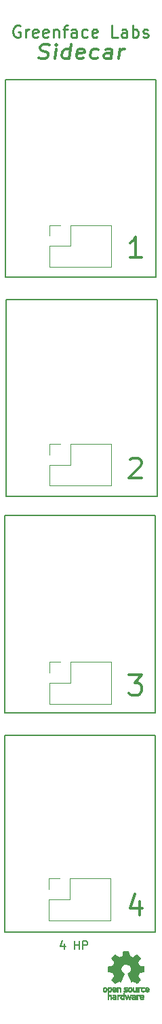
<source format=gbr>
G04 #@! TF.GenerationSoftware,KiCad,Pcbnew,8.0.8*
G04 #@! TF.CreationDate,2025-08-03T15:09:02-07:00*
G04 #@! TF.ProjectId,sidecar,73696465-6361-4722-9e6b-696361645f70,0.1*
G04 #@! TF.SameCoordinates,Original*
G04 #@! TF.FileFunction,Legend,Top*
G04 #@! TF.FilePolarity,Positive*
%FSLAX46Y46*%
G04 Gerber Fmt 4.6, Leading zero omitted, Abs format (unit mm)*
G04 Created by KiCad (PCBNEW 8.0.8) date 2025-08-03 15:09:02*
%MOMM*%
%LPD*%
G01*
G04 APERTURE LIST*
%ADD10C,0.200000*%
%ADD11C,0.250000*%
%ADD12C,0.300000*%
%ADD13C,0.150000*%
%ADD14C,0.120000*%
%ADD15C,0.010000*%
G04 APERTURE END LIST*
D10*
X40610000Y-43890000D02*
X59450000Y-43890000D01*
X59450000Y-68390000D01*
X40610000Y-68390000D01*
X40610000Y-43890000D01*
X40530000Y-125410000D02*
X59370000Y-125410000D01*
X59370000Y-149910000D01*
X40530000Y-149910000D01*
X40530000Y-125410000D01*
X40750000Y-71180000D02*
X59590000Y-71180000D01*
X59590000Y-95680000D01*
X40750000Y-95680000D01*
X40750000Y-71180000D01*
X40530000Y-98100000D02*
X59370000Y-98100000D01*
X59370000Y-122600000D01*
X40530000Y-122600000D01*
X40530000Y-98100000D01*
D11*
X42448572Y-37202357D02*
X42305715Y-37130928D01*
X42305715Y-37130928D02*
X42091429Y-37130928D01*
X42091429Y-37130928D02*
X41877143Y-37202357D01*
X41877143Y-37202357D02*
X41734286Y-37345214D01*
X41734286Y-37345214D02*
X41662857Y-37488071D01*
X41662857Y-37488071D02*
X41591429Y-37773785D01*
X41591429Y-37773785D02*
X41591429Y-37988071D01*
X41591429Y-37988071D02*
X41662857Y-38273785D01*
X41662857Y-38273785D02*
X41734286Y-38416642D01*
X41734286Y-38416642D02*
X41877143Y-38559500D01*
X41877143Y-38559500D02*
X42091429Y-38630928D01*
X42091429Y-38630928D02*
X42234286Y-38630928D01*
X42234286Y-38630928D02*
X42448572Y-38559500D01*
X42448572Y-38559500D02*
X42520000Y-38488071D01*
X42520000Y-38488071D02*
X42520000Y-37988071D01*
X42520000Y-37988071D02*
X42234286Y-37988071D01*
X43162857Y-38630928D02*
X43162857Y-37630928D01*
X43162857Y-37916642D02*
X43234286Y-37773785D01*
X43234286Y-37773785D02*
X43305715Y-37702357D01*
X43305715Y-37702357D02*
X43448572Y-37630928D01*
X43448572Y-37630928D02*
X43591429Y-37630928D01*
X44662857Y-38559500D02*
X44520000Y-38630928D01*
X44520000Y-38630928D02*
X44234286Y-38630928D01*
X44234286Y-38630928D02*
X44091428Y-38559500D01*
X44091428Y-38559500D02*
X44020000Y-38416642D01*
X44020000Y-38416642D02*
X44020000Y-37845214D01*
X44020000Y-37845214D02*
X44091428Y-37702357D01*
X44091428Y-37702357D02*
X44234286Y-37630928D01*
X44234286Y-37630928D02*
X44520000Y-37630928D01*
X44520000Y-37630928D02*
X44662857Y-37702357D01*
X44662857Y-37702357D02*
X44734286Y-37845214D01*
X44734286Y-37845214D02*
X44734286Y-37988071D01*
X44734286Y-37988071D02*
X44020000Y-38130928D01*
X45948571Y-38559500D02*
X45805714Y-38630928D01*
X45805714Y-38630928D02*
X45520000Y-38630928D01*
X45520000Y-38630928D02*
X45377142Y-38559500D01*
X45377142Y-38559500D02*
X45305714Y-38416642D01*
X45305714Y-38416642D02*
X45305714Y-37845214D01*
X45305714Y-37845214D02*
X45377142Y-37702357D01*
X45377142Y-37702357D02*
X45520000Y-37630928D01*
X45520000Y-37630928D02*
X45805714Y-37630928D01*
X45805714Y-37630928D02*
X45948571Y-37702357D01*
X45948571Y-37702357D02*
X46020000Y-37845214D01*
X46020000Y-37845214D02*
X46020000Y-37988071D01*
X46020000Y-37988071D02*
X45305714Y-38130928D01*
X46662856Y-37630928D02*
X46662856Y-38630928D01*
X46662856Y-37773785D02*
X46734285Y-37702357D01*
X46734285Y-37702357D02*
X46877142Y-37630928D01*
X46877142Y-37630928D02*
X47091428Y-37630928D01*
X47091428Y-37630928D02*
X47234285Y-37702357D01*
X47234285Y-37702357D02*
X47305714Y-37845214D01*
X47305714Y-37845214D02*
X47305714Y-38630928D01*
X47805714Y-37630928D02*
X48377142Y-37630928D01*
X48019999Y-38630928D02*
X48019999Y-37345214D01*
X48019999Y-37345214D02*
X48091428Y-37202357D01*
X48091428Y-37202357D02*
X48234285Y-37130928D01*
X48234285Y-37130928D02*
X48377142Y-37130928D01*
X49520000Y-38630928D02*
X49520000Y-37845214D01*
X49520000Y-37845214D02*
X49448571Y-37702357D01*
X49448571Y-37702357D02*
X49305714Y-37630928D01*
X49305714Y-37630928D02*
X49020000Y-37630928D01*
X49020000Y-37630928D02*
X48877142Y-37702357D01*
X49520000Y-38559500D02*
X49377142Y-38630928D01*
X49377142Y-38630928D02*
X49020000Y-38630928D01*
X49020000Y-38630928D02*
X48877142Y-38559500D01*
X48877142Y-38559500D02*
X48805714Y-38416642D01*
X48805714Y-38416642D02*
X48805714Y-38273785D01*
X48805714Y-38273785D02*
X48877142Y-38130928D01*
X48877142Y-38130928D02*
X49020000Y-38059500D01*
X49020000Y-38059500D02*
X49377142Y-38059500D01*
X49377142Y-38059500D02*
X49520000Y-37988071D01*
X50877143Y-38559500D02*
X50734285Y-38630928D01*
X50734285Y-38630928D02*
X50448571Y-38630928D01*
X50448571Y-38630928D02*
X50305714Y-38559500D01*
X50305714Y-38559500D02*
X50234285Y-38488071D01*
X50234285Y-38488071D02*
X50162857Y-38345214D01*
X50162857Y-38345214D02*
X50162857Y-37916642D01*
X50162857Y-37916642D02*
X50234285Y-37773785D01*
X50234285Y-37773785D02*
X50305714Y-37702357D01*
X50305714Y-37702357D02*
X50448571Y-37630928D01*
X50448571Y-37630928D02*
X50734285Y-37630928D01*
X50734285Y-37630928D02*
X50877143Y-37702357D01*
X52091428Y-38559500D02*
X51948571Y-38630928D01*
X51948571Y-38630928D02*
X51662857Y-38630928D01*
X51662857Y-38630928D02*
X51519999Y-38559500D01*
X51519999Y-38559500D02*
X51448571Y-38416642D01*
X51448571Y-38416642D02*
X51448571Y-37845214D01*
X51448571Y-37845214D02*
X51519999Y-37702357D01*
X51519999Y-37702357D02*
X51662857Y-37630928D01*
X51662857Y-37630928D02*
X51948571Y-37630928D01*
X51948571Y-37630928D02*
X52091428Y-37702357D01*
X52091428Y-37702357D02*
X52162857Y-37845214D01*
X52162857Y-37845214D02*
X52162857Y-37988071D01*
X52162857Y-37988071D02*
X51448571Y-38130928D01*
X54662856Y-38630928D02*
X53948570Y-38630928D01*
X53948570Y-38630928D02*
X53948570Y-37130928D01*
X55805714Y-38630928D02*
X55805714Y-37845214D01*
X55805714Y-37845214D02*
X55734285Y-37702357D01*
X55734285Y-37702357D02*
X55591428Y-37630928D01*
X55591428Y-37630928D02*
X55305714Y-37630928D01*
X55305714Y-37630928D02*
X55162856Y-37702357D01*
X55805714Y-38559500D02*
X55662856Y-38630928D01*
X55662856Y-38630928D02*
X55305714Y-38630928D01*
X55305714Y-38630928D02*
X55162856Y-38559500D01*
X55162856Y-38559500D02*
X55091428Y-38416642D01*
X55091428Y-38416642D02*
X55091428Y-38273785D01*
X55091428Y-38273785D02*
X55162856Y-38130928D01*
X55162856Y-38130928D02*
X55305714Y-38059500D01*
X55305714Y-38059500D02*
X55662856Y-38059500D01*
X55662856Y-38059500D02*
X55805714Y-37988071D01*
X56519999Y-38630928D02*
X56519999Y-37130928D01*
X56519999Y-37702357D02*
X56662857Y-37630928D01*
X56662857Y-37630928D02*
X56948571Y-37630928D01*
X56948571Y-37630928D02*
X57091428Y-37702357D01*
X57091428Y-37702357D02*
X57162857Y-37773785D01*
X57162857Y-37773785D02*
X57234285Y-37916642D01*
X57234285Y-37916642D02*
X57234285Y-38345214D01*
X57234285Y-38345214D02*
X57162857Y-38488071D01*
X57162857Y-38488071D02*
X57091428Y-38559500D01*
X57091428Y-38559500D02*
X56948571Y-38630928D01*
X56948571Y-38630928D02*
X56662857Y-38630928D01*
X56662857Y-38630928D02*
X56519999Y-38559500D01*
X57805714Y-38559500D02*
X57948571Y-38630928D01*
X57948571Y-38630928D02*
X58234285Y-38630928D01*
X58234285Y-38630928D02*
X58377142Y-38559500D01*
X58377142Y-38559500D02*
X58448571Y-38416642D01*
X58448571Y-38416642D02*
X58448571Y-38345214D01*
X58448571Y-38345214D02*
X58377142Y-38202357D01*
X58377142Y-38202357D02*
X58234285Y-38130928D01*
X58234285Y-38130928D02*
X58020000Y-38130928D01*
X58020000Y-38130928D02*
X57877142Y-38059500D01*
X57877142Y-38059500D02*
X57805714Y-37916642D01*
X57805714Y-37916642D02*
X57805714Y-37845214D01*
X57805714Y-37845214D02*
X57877142Y-37702357D01*
X57877142Y-37702357D02*
X58020000Y-37630928D01*
X58020000Y-37630928D02*
X58234285Y-37630928D01*
X58234285Y-37630928D02*
X58377142Y-37702357D01*
D12*
X56054510Y-117908447D02*
X57602129Y-117908447D01*
X57602129Y-117908447D02*
X56768796Y-118860828D01*
X56768796Y-118860828D02*
X57125939Y-118860828D01*
X57125939Y-118860828D02*
X57364034Y-118979876D01*
X57364034Y-118979876D02*
X57483082Y-119098923D01*
X57483082Y-119098923D02*
X57602129Y-119337019D01*
X57602129Y-119337019D02*
X57602129Y-119932257D01*
X57602129Y-119932257D02*
X57483082Y-120170352D01*
X57483082Y-120170352D02*
X57364034Y-120289400D01*
X57364034Y-120289400D02*
X57125939Y-120408447D01*
X57125939Y-120408447D02*
X56411653Y-120408447D01*
X56411653Y-120408447D02*
X56173558Y-120289400D01*
X56173558Y-120289400D02*
X56054510Y-120170352D01*
X56173558Y-91156542D02*
X56292606Y-91037495D01*
X56292606Y-91037495D02*
X56530701Y-90918447D01*
X56530701Y-90918447D02*
X57125939Y-90918447D01*
X57125939Y-90918447D02*
X57364034Y-91037495D01*
X57364034Y-91037495D02*
X57483082Y-91156542D01*
X57483082Y-91156542D02*
X57602129Y-91394638D01*
X57602129Y-91394638D02*
X57602129Y-91632733D01*
X57602129Y-91632733D02*
X57483082Y-91989876D01*
X57483082Y-91989876D02*
X56054510Y-93418447D01*
X56054510Y-93418447D02*
X57602129Y-93418447D01*
X44799523Y-41181400D02*
X45074523Y-41267114D01*
X45074523Y-41267114D02*
X45550713Y-41267114D01*
X45550713Y-41267114D02*
X45751904Y-41181400D01*
X45751904Y-41181400D02*
X45857856Y-41095685D01*
X45857856Y-41095685D02*
X45974523Y-40924257D01*
X45974523Y-40924257D02*
X45995951Y-40752828D01*
X45995951Y-40752828D02*
X45922142Y-40581400D01*
X45922142Y-40581400D02*
X45837618Y-40495685D01*
X45837618Y-40495685D02*
X45657856Y-40409971D01*
X45657856Y-40409971D02*
X45287618Y-40324257D01*
X45287618Y-40324257D02*
X45107856Y-40238542D01*
X45107856Y-40238542D02*
X45023332Y-40152828D01*
X45023332Y-40152828D02*
X44949523Y-39981400D01*
X44949523Y-39981400D02*
X44970951Y-39809971D01*
X44970951Y-39809971D02*
X45087618Y-39638542D01*
X45087618Y-39638542D02*
X45193571Y-39552828D01*
X45193571Y-39552828D02*
X45394761Y-39467114D01*
X45394761Y-39467114D02*
X45870951Y-39467114D01*
X45870951Y-39467114D02*
X46145951Y-39552828D01*
X46788809Y-41267114D02*
X46938809Y-40067114D01*
X47013809Y-39467114D02*
X46907856Y-39552828D01*
X46907856Y-39552828D02*
X46992380Y-39638542D01*
X46992380Y-39638542D02*
X47098333Y-39552828D01*
X47098333Y-39552828D02*
X47013809Y-39467114D01*
X47013809Y-39467114D02*
X46992380Y-39638542D01*
X48598333Y-41267114D02*
X48823333Y-39467114D01*
X48609047Y-41181400D02*
X48407856Y-41267114D01*
X48407856Y-41267114D02*
X48026904Y-41267114D01*
X48026904Y-41267114D02*
X47847142Y-41181400D01*
X47847142Y-41181400D02*
X47762618Y-41095685D01*
X47762618Y-41095685D02*
X47688809Y-40924257D01*
X47688809Y-40924257D02*
X47753094Y-40409971D01*
X47753094Y-40409971D02*
X47869761Y-40238542D01*
X47869761Y-40238542D02*
X47975714Y-40152828D01*
X47975714Y-40152828D02*
X48176904Y-40067114D01*
X48176904Y-40067114D02*
X48557856Y-40067114D01*
X48557856Y-40067114D02*
X48737618Y-40152828D01*
X50323333Y-41181400D02*
X50122142Y-41267114D01*
X50122142Y-41267114D02*
X49741190Y-41267114D01*
X49741190Y-41267114D02*
X49561428Y-41181400D01*
X49561428Y-41181400D02*
X49487618Y-41009971D01*
X49487618Y-41009971D02*
X49573333Y-40324257D01*
X49573333Y-40324257D02*
X49689999Y-40152828D01*
X49689999Y-40152828D02*
X49891190Y-40067114D01*
X49891190Y-40067114D02*
X50272142Y-40067114D01*
X50272142Y-40067114D02*
X50451904Y-40152828D01*
X50451904Y-40152828D02*
X50525714Y-40324257D01*
X50525714Y-40324257D02*
X50504285Y-40495685D01*
X50504285Y-40495685D02*
X49530476Y-40667114D01*
X52132857Y-41181400D02*
X51931666Y-41267114D01*
X51931666Y-41267114D02*
X51550714Y-41267114D01*
X51550714Y-41267114D02*
X51370952Y-41181400D01*
X51370952Y-41181400D02*
X51286428Y-41095685D01*
X51286428Y-41095685D02*
X51212619Y-40924257D01*
X51212619Y-40924257D02*
X51276904Y-40409971D01*
X51276904Y-40409971D02*
X51393571Y-40238542D01*
X51393571Y-40238542D02*
X51499524Y-40152828D01*
X51499524Y-40152828D02*
X51700714Y-40067114D01*
X51700714Y-40067114D02*
X52081666Y-40067114D01*
X52081666Y-40067114D02*
X52261428Y-40152828D01*
X53836429Y-41267114D02*
X53954286Y-40324257D01*
X53954286Y-40324257D02*
X53880476Y-40152828D01*
X53880476Y-40152828D02*
X53700714Y-40067114D01*
X53700714Y-40067114D02*
X53319762Y-40067114D01*
X53319762Y-40067114D02*
X53118571Y-40152828D01*
X53847143Y-41181400D02*
X53645952Y-41267114D01*
X53645952Y-41267114D02*
X53169762Y-41267114D01*
X53169762Y-41267114D02*
X52990000Y-41181400D01*
X52990000Y-41181400D02*
X52916190Y-41009971D01*
X52916190Y-41009971D02*
X52937619Y-40838542D01*
X52937619Y-40838542D02*
X53054286Y-40667114D01*
X53054286Y-40667114D02*
X53255476Y-40581400D01*
X53255476Y-40581400D02*
X53731667Y-40581400D01*
X53731667Y-40581400D02*
X53932857Y-40495685D01*
X54788810Y-41267114D02*
X54938810Y-40067114D01*
X54895953Y-40409971D02*
X55012619Y-40238542D01*
X55012619Y-40238542D02*
X55118572Y-40152828D01*
X55118572Y-40152828D02*
X55319762Y-40067114D01*
X55319762Y-40067114D02*
X55510238Y-40067114D01*
X57364034Y-146061780D02*
X57364034Y-147728447D01*
X56768796Y-145109400D02*
X56173558Y-146895114D01*
X56173558Y-146895114D02*
X57721177Y-146895114D01*
D13*
X47975714Y-151308152D02*
X47975714Y-151974819D01*
X47737619Y-150927200D02*
X47499524Y-151641485D01*
X47499524Y-151641485D02*
X48118571Y-151641485D01*
X49261429Y-151974819D02*
X49261429Y-150974819D01*
X49261429Y-151451009D02*
X49832857Y-151451009D01*
X49832857Y-151974819D02*
X49832857Y-150974819D01*
X50309048Y-151974819D02*
X50309048Y-150974819D01*
X50309048Y-150974819D02*
X50690000Y-150974819D01*
X50690000Y-150974819D02*
X50785238Y-151022438D01*
X50785238Y-151022438D02*
X50832857Y-151070057D01*
X50832857Y-151070057D02*
X50880476Y-151165295D01*
X50880476Y-151165295D02*
X50880476Y-151308152D01*
X50880476Y-151308152D02*
X50832857Y-151403390D01*
X50832857Y-151403390D02*
X50785238Y-151451009D01*
X50785238Y-151451009D02*
X50690000Y-151498628D01*
X50690000Y-151498628D02*
X50309048Y-151498628D01*
D12*
X57602129Y-65958447D02*
X56173558Y-65958447D01*
X56887844Y-65958447D02*
X56887844Y-63458447D01*
X56887844Y-63458447D02*
X56649748Y-63815590D01*
X56649748Y-63815590D02*
X56411653Y-64053685D01*
X56411653Y-64053685D02*
X56173558Y-64172733D01*
D14*
X46130000Y-116280000D02*
X47460000Y-116280000D01*
X46130000Y-117610000D02*
X46130000Y-116280000D01*
X46130000Y-118880000D02*
X48730000Y-118880000D01*
X46130000Y-121480000D02*
X46130000Y-118880000D01*
X46130000Y-121480000D02*
X53870000Y-121480000D01*
X48730000Y-116280000D02*
X53870000Y-116280000D01*
X48730000Y-118880000D02*
X48730000Y-116280000D01*
X53870000Y-121480000D02*
X53870000Y-116280000D01*
X46050000Y-143220000D02*
X47380000Y-143220000D01*
X46050000Y-144550000D02*
X46050000Y-143220000D01*
X46050000Y-145820000D02*
X48650000Y-145820000D01*
X46050000Y-148420000D02*
X46050000Y-145820000D01*
X46050000Y-148420000D02*
X53790000Y-148420000D01*
X48650000Y-143220000D02*
X53790000Y-143220000D01*
X48650000Y-145820000D02*
X48650000Y-143220000D01*
X53790000Y-148420000D02*
X53790000Y-143220000D01*
D15*
X57459460Y-156708030D02*
X57502711Y-156721245D01*
X57530558Y-156737941D01*
X57539629Y-156751145D01*
X57537132Y-156766797D01*
X57520931Y-156791385D01*
X57507232Y-156808800D01*
X57478992Y-156840283D01*
X57457775Y-156853529D01*
X57439688Y-156852664D01*
X57386035Y-156839010D01*
X57346630Y-156839630D01*
X57314632Y-156855104D01*
X57303890Y-156864161D01*
X57269505Y-156896027D01*
X57269505Y-157312179D01*
X57131188Y-157312179D01*
X57131188Y-156708614D01*
X57200347Y-156708614D01*
X57241869Y-156710256D01*
X57263291Y-156716087D01*
X57269502Y-156727461D01*
X57269505Y-156727798D01*
X57272439Y-156739713D01*
X57285704Y-156738159D01*
X57304084Y-156729563D01*
X57342046Y-156713568D01*
X57372872Y-156703945D01*
X57412536Y-156701478D01*
X57459460Y-156708030D01*
G36*
X57459460Y-156708030D02*
G01*
X57502711Y-156721245D01*
X57530558Y-156737941D01*
X57539629Y-156751145D01*
X57537132Y-156766797D01*
X57520931Y-156791385D01*
X57507232Y-156808800D01*
X57478992Y-156840283D01*
X57457775Y-156853529D01*
X57439688Y-156852664D01*
X57386035Y-156839010D01*
X57346630Y-156839630D01*
X57314632Y-156855104D01*
X57303890Y-156864161D01*
X57269505Y-156896027D01*
X57269505Y-157312179D01*
X57131188Y-157312179D01*
X57131188Y-156708614D01*
X57200347Y-156708614D01*
X57241869Y-156710256D01*
X57263291Y-156716087D01*
X57269502Y-156727461D01*
X57269505Y-156727798D01*
X57272439Y-156739713D01*
X57285704Y-156738159D01*
X57304084Y-156729563D01*
X57342046Y-156713568D01*
X57372872Y-156703945D01*
X57412536Y-156701478D01*
X57459460Y-156708030D01*
G37*
X57295255Y-157651486D02*
X57343595Y-157661015D01*
X57371114Y-157675125D01*
X57400064Y-157698568D01*
X57358876Y-157750571D01*
X57333482Y-157782064D01*
X57316238Y-157797428D01*
X57299102Y-157799776D01*
X57274027Y-157792217D01*
X57262257Y-157787941D01*
X57214270Y-157781631D01*
X57170324Y-157795156D01*
X57138060Y-157825710D01*
X57132819Y-157835452D01*
X57127112Y-157861258D01*
X57122706Y-157908817D01*
X57119811Y-157974758D01*
X57118631Y-158055710D01*
X57118614Y-158067226D01*
X57118614Y-158267822D01*
X56980297Y-158267822D01*
X56980297Y-157651683D01*
X57049456Y-157651683D01*
X57089333Y-157652725D01*
X57110107Y-157657358D01*
X57117789Y-157667849D01*
X57118614Y-157677745D01*
X57118614Y-157703806D01*
X57151745Y-157677745D01*
X57189735Y-157659965D01*
X57240770Y-157651174D01*
X57295255Y-157651486D01*
G36*
X57295255Y-157651486D02*
G01*
X57343595Y-157661015D01*
X57371114Y-157675125D01*
X57400064Y-157698568D01*
X57358876Y-157750571D01*
X57333482Y-157782064D01*
X57316238Y-157797428D01*
X57299102Y-157799776D01*
X57274027Y-157792217D01*
X57262257Y-157787941D01*
X57214270Y-157781631D01*
X57170324Y-157795156D01*
X57138060Y-157825710D01*
X57132819Y-157835452D01*
X57127112Y-157861258D01*
X57122706Y-157908817D01*
X57119811Y-157974758D01*
X57118631Y-158055710D01*
X57118614Y-158067226D01*
X57118614Y-158267822D01*
X56980297Y-158267822D01*
X56980297Y-157651683D01*
X57049456Y-157651683D01*
X57089333Y-157652725D01*
X57110107Y-157657358D01*
X57117789Y-157667849D01*
X57118614Y-157677745D01*
X57118614Y-157703806D01*
X57151745Y-157677745D01*
X57189735Y-157659965D01*
X57240770Y-157651174D01*
X57295255Y-157651486D01*
G37*
X54666644Y-157653020D02*
X54685461Y-157658660D01*
X54691527Y-157671053D01*
X54691782Y-157676647D01*
X54692871Y-157692230D01*
X54700368Y-157694676D01*
X54720619Y-157683993D01*
X54732649Y-157676694D01*
X54770600Y-157661063D01*
X54815928Y-157653334D01*
X54863456Y-157652740D01*
X54908005Y-157658513D01*
X54944398Y-157669884D01*
X54967457Y-157686088D01*
X54972004Y-157706355D01*
X54969709Y-157711843D01*
X54952980Y-157734626D01*
X54927037Y-157762647D01*
X54922345Y-157767177D01*
X54897617Y-157788005D01*
X54876282Y-157794735D01*
X54846445Y-157790038D01*
X54834492Y-157786917D01*
X54797295Y-157779421D01*
X54771141Y-157782792D01*
X54749054Y-157794681D01*
X54728822Y-157810635D01*
X54713921Y-157830700D01*
X54703566Y-157858702D01*
X54696971Y-157898467D01*
X54693351Y-157953823D01*
X54691922Y-158028594D01*
X54691782Y-158073740D01*
X54691782Y-158267822D01*
X54566040Y-158267822D01*
X54566040Y-157651683D01*
X54628911Y-157651683D01*
X54666644Y-157653020D01*
G36*
X54666644Y-157653020D02*
G01*
X54685461Y-157658660D01*
X54691527Y-157671053D01*
X54691782Y-157676647D01*
X54692871Y-157692230D01*
X54700368Y-157694676D01*
X54720619Y-157683993D01*
X54732649Y-157676694D01*
X54770600Y-157661063D01*
X54815928Y-157653334D01*
X54863456Y-157652740D01*
X54908005Y-157658513D01*
X54944398Y-157669884D01*
X54967457Y-157686088D01*
X54972004Y-157706355D01*
X54969709Y-157711843D01*
X54952980Y-157734626D01*
X54927037Y-157762647D01*
X54922345Y-157767177D01*
X54897617Y-157788005D01*
X54876282Y-157794735D01*
X54846445Y-157790038D01*
X54834492Y-157786917D01*
X54797295Y-157779421D01*
X54771141Y-157782792D01*
X54749054Y-157794681D01*
X54728822Y-157810635D01*
X54713921Y-157830700D01*
X54703566Y-157858702D01*
X54696971Y-157898467D01*
X54693351Y-157953823D01*
X54691922Y-158028594D01*
X54691782Y-158073740D01*
X54691782Y-158267822D01*
X54566040Y-158267822D01*
X54566040Y-157651683D01*
X54628911Y-157651683D01*
X54666644Y-157653020D01*
G37*
X56653367Y-156904342D02*
X56654555Y-156996563D01*
X56658897Y-157066610D01*
X56667558Y-157117381D01*
X56681704Y-157151772D01*
X56702500Y-157172679D01*
X56731110Y-157183000D01*
X56766535Y-157185636D01*
X56803636Y-157182682D01*
X56831818Y-157171889D01*
X56852243Y-157150360D01*
X56866079Y-157115199D01*
X56874491Y-157063510D01*
X56878643Y-156992394D01*
X56879703Y-156904342D01*
X56879703Y-156708614D01*
X57018020Y-156708614D01*
X57018020Y-157312179D01*
X56948862Y-157312179D01*
X56907170Y-157310489D01*
X56885701Y-157304556D01*
X56879703Y-157293293D01*
X56876091Y-157283261D01*
X56861714Y-157285383D01*
X56832736Y-157299580D01*
X56766319Y-157321480D01*
X56695875Y-157319928D01*
X56628377Y-157296147D01*
X56596233Y-157277362D01*
X56571715Y-157257022D01*
X56553804Y-157231573D01*
X56541479Y-157197458D01*
X56533723Y-157151121D01*
X56529516Y-157089007D01*
X56527840Y-157007561D01*
X56527624Y-156944578D01*
X56527624Y-156708614D01*
X56653367Y-156708614D01*
X56653367Y-156904342D01*
G36*
X56653367Y-156904342D02*
G01*
X56654555Y-156996563D01*
X56658897Y-157066610D01*
X56667558Y-157117381D01*
X56681704Y-157151772D01*
X56702500Y-157172679D01*
X56731110Y-157183000D01*
X56766535Y-157185636D01*
X56803636Y-157182682D01*
X56831818Y-157171889D01*
X56852243Y-157150360D01*
X56866079Y-157115199D01*
X56874491Y-157063510D01*
X56878643Y-156992394D01*
X56879703Y-156904342D01*
X56879703Y-156708614D01*
X57018020Y-156708614D01*
X57018020Y-157312179D01*
X56948862Y-157312179D01*
X56907170Y-157310489D01*
X56885701Y-157304556D01*
X56879703Y-157293293D01*
X56876091Y-157283261D01*
X56861714Y-157285383D01*
X56832736Y-157299580D01*
X56766319Y-157321480D01*
X56695875Y-157319928D01*
X56628377Y-157296147D01*
X56596233Y-157277362D01*
X56571715Y-157257022D01*
X56553804Y-157231573D01*
X56541479Y-157197458D01*
X56533723Y-157151121D01*
X56529516Y-157089007D01*
X56527840Y-157007561D01*
X56527624Y-156944578D01*
X56527624Y-156708614D01*
X56653367Y-156708614D01*
X56653367Y-156904342D01*
G37*
X54905988Y-156719002D02*
X54937283Y-156733950D01*
X54967591Y-156755541D01*
X54990682Y-156780391D01*
X55007500Y-156812087D01*
X55018994Y-156854214D01*
X55026109Y-156910358D01*
X55029793Y-156984106D01*
X55030992Y-157079044D01*
X55031011Y-157088985D01*
X55031287Y-157312179D01*
X54892970Y-157312179D01*
X54892970Y-157106418D01*
X54892872Y-157030189D01*
X54892191Y-156974939D01*
X54890349Y-156936501D01*
X54886767Y-156910706D01*
X54880868Y-156893384D01*
X54872073Y-156880368D01*
X54859820Y-156867507D01*
X54816953Y-156839873D01*
X54770157Y-156834745D01*
X54725576Y-156852217D01*
X54710072Y-156865221D01*
X54698690Y-156877447D01*
X54690519Y-156890540D01*
X54685026Y-156908615D01*
X54681680Y-156935787D01*
X54679949Y-156976170D01*
X54679303Y-157033879D01*
X54679208Y-157104132D01*
X54679208Y-157312179D01*
X54540891Y-157312179D01*
X54540891Y-156708614D01*
X54610050Y-156708614D01*
X54651572Y-156710256D01*
X54672994Y-156716087D01*
X54679205Y-156727461D01*
X54679208Y-156727798D01*
X54682090Y-156738938D01*
X54694801Y-156737674D01*
X54720074Y-156725434D01*
X54777395Y-156707424D01*
X54842963Y-156705421D01*
X54905988Y-156719002D01*
G36*
X54905988Y-156719002D02*
G01*
X54937283Y-156733950D01*
X54967591Y-156755541D01*
X54990682Y-156780391D01*
X55007500Y-156812087D01*
X55018994Y-156854214D01*
X55026109Y-156910358D01*
X55029793Y-156984106D01*
X55030992Y-157079044D01*
X55031011Y-157088985D01*
X55031287Y-157312179D01*
X54892970Y-157312179D01*
X54892970Y-157106418D01*
X54892872Y-157030189D01*
X54892191Y-156974939D01*
X54890349Y-156936501D01*
X54886767Y-156910706D01*
X54880868Y-156893384D01*
X54872073Y-156880368D01*
X54859820Y-156867507D01*
X54816953Y-156839873D01*
X54770157Y-156834745D01*
X54725576Y-156852217D01*
X54710072Y-156865221D01*
X54698690Y-156877447D01*
X54690519Y-156890540D01*
X54685026Y-156908615D01*
X54681680Y-156935787D01*
X54679949Y-156976170D01*
X54679303Y-157033879D01*
X54679208Y-157104132D01*
X54679208Y-157312179D01*
X54540891Y-157312179D01*
X54540891Y-156708614D01*
X54610050Y-156708614D01*
X54651572Y-156710256D01*
X54672994Y-156716087D01*
X54679205Y-156727461D01*
X54679208Y-156727798D01*
X54682090Y-156738938D01*
X54694801Y-156737674D01*
X54720074Y-156725434D01*
X54777395Y-156707424D01*
X54842963Y-156705421D01*
X54905988Y-156719002D01*
G37*
X57877226Y-156713880D02*
X57950080Y-156744830D01*
X57973027Y-156759895D01*
X58002354Y-156783048D01*
X58020764Y-156801253D01*
X58023961Y-156807183D01*
X58014935Y-156820340D01*
X57991837Y-156842667D01*
X57973344Y-156858250D01*
X57922728Y-156898926D01*
X57882760Y-156865295D01*
X57851874Y-156843584D01*
X57821759Y-156836090D01*
X57787292Y-156837920D01*
X57732561Y-156851528D01*
X57694886Y-156879772D01*
X57671991Y-156925433D01*
X57661597Y-156991289D01*
X57661595Y-156991331D01*
X57662494Y-157064939D01*
X57676463Y-157118946D01*
X57704328Y-157155716D01*
X57723325Y-157168168D01*
X57773776Y-157183673D01*
X57827663Y-157183683D01*
X57874546Y-157168638D01*
X57885644Y-157161287D01*
X57913476Y-157142511D01*
X57935236Y-157139434D01*
X57958704Y-157153409D01*
X57984649Y-157178510D01*
X58025716Y-157220880D01*
X57980121Y-157258464D01*
X57909674Y-157300882D01*
X57830233Y-157321785D01*
X57747215Y-157320272D01*
X57692694Y-157306411D01*
X57628970Y-157272135D01*
X57578005Y-157218212D01*
X57554851Y-157180149D01*
X57536099Y-157125536D01*
X57526715Y-157056369D01*
X57526643Y-156981407D01*
X57535824Y-156909409D01*
X57554199Y-156849137D01*
X57557093Y-156842958D01*
X57599952Y-156782351D01*
X57657979Y-156738224D01*
X57726591Y-156711493D01*
X57801201Y-156703073D01*
X57877226Y-156713880D01*
G36*
X57877226Y-156713880D02*
G01*
X57950080Y-156744830D01*
X57973027Y-156759895D01*
X58002354Y-156783048D01*
X58020764Y-156801253D01*
X58023961Y-156807183D01*
X58014935Y-156820340D01*
X57991837Y-156842667D01*
X57973344Y-156858250D01*
X57922728Y-156898926D01*
X57882760Y-156865295D01*
X57851874Y-156843584D01*
X57821759Y-156836090D01*
X57787292Y-156837920D01*
X57732561Y-156851528D01*
X57694886Y-156879772D01*
X57671991Y-156925433D01*
X57661597Y-156991289D01*
X57661595Y-156991331D01*
X57662494Y-157064939D01*
X57676463Y-157118946D01*
X57704328Y-157155716D01*
X57723325Y-157168168D01*
X57773776Y-157183673D01*
X57827663Y-157183683D01*
X57874546Y-157168638D01*
X57885644Y-157161287D01*
X57913476Y-157142511D01*
X57935236Y-157139434D01*
X57958704Y-157153409D01*
X57984649Y-157178510D01*
X58025716Y-157220880D01*
X57980121Y-157258464D01*
X57909674Y-157300882D01*
X57830233Y-157321785D01*
X57747215Y-157320272D01*
X57692694Y-157306411D01*
X57628970Y-157272135D01*
X57578005Y-157218212D01*
X57554851Y-157180149D01*
X57536099Y-157125536D01*
X57526715Y-157056369D01*
X57526643Y-156981407D01*
X57535824Y-156909409D01*
X57554199Y-156849137D01*
X57557093Y-156842958D01*
X57599952Y-156782351D01*
X57657979Y-156738224D01*
X57726591Y-156711493D01*
X57801201Y-156703073D01*
X57877226Y-156713880D01*
G37*
X56270762Y-156716055D02*
X56334363Y-156750692D01*
X56384123Y-156805372D01*
X56407568Y-156849842D01*
X56417634Y-156889121D01*
X56424156Y-156945116D01*
X56426951Y-157009621D01*
X56425836Y-157074429D01*
X56420626Y-157131334D01*
X56414541Y-157161727D01*
X56394014Y-157203306D01*
X56358463Y-157247468D01*
X56315619Y-157286087D01*
X56273211Y-157311034D01*
X56272177Y-157311430D01*
X56219553Y-157322331D01*
X56157188Y-157322601D01*
X56097924Y-157312676D01*
X56075040Y-157304722D01*
X56016102Y-157271300D01*
X55973890Y-157227511D01*
X55946156Y-157169538D01*
X55930651Y-157093565D01*
X55927143Y-157053771D01*
X55927590Y-157003766D01*
X56062376Y-157003766D01*
X56066917Y-157076732D01*
X56079986Y-157132334D01*
X56100756Y-157167861D01*
X56115552Y-157178020D01*
X56153464Y-157185104D01*
X56198527Y-157183007D01*
X56237487Y-157172812D01*
X56247704Y-157167204D01*
X56274659Y-157134538D01*
X56292451Y-157084545D01*
X56300024Y-157023705D01*
X56296325Y-156958497D01*
X56288057Y-156919253D01*
X56264320Y-156873805D01*
X56226849Y-156845396D01*
X56181720Y-156835573D01*
X56135011Y-156845887D01*
X56099132Y-156871112D01*
X56080277Y-156891925D01*
X56069272Y-156912439D01*
X56064026Y-156940203D01*
X56062449Y-156982762D01*
X56062376Y-157003766D01*
X55927590Y-157003766D01*
X55928094Y-156947580D01*
X55945388Y-156860501D01*
X55979029Y-156792530D01*
X56029018Y-156743664D01*
X56095356Y-156713899D01*
X56109601Y-156710448D01*
X56195210Y-156702345D01*
X56270762Y-156716055D01*
G36*
X56270762Y-156716055D02*
G01*
X56334363Y-156750692D01*
X56384123Y-156805372D01*
X56407568Y-156849842D01*
X56417634Y-156889121D01*
X56424156Y-156945116D01*
X56426951Y-157009621D01*
X56425836Y-157074429D01*
X56420626Y-157131334D01*
X56414541Y-157161727D01*
X56394014Y-157203306D01*
X56358463Y-157247468D01*
X56315619Y-157286087D01*
X56273211Y-157311034D01*
X56272177Y-157311430D01*
X56219553Y-157322331D01*
X56157188Y-157322601D01*
X56097924Y-157312676D01*
X56075040Y-157304722D01*
X56016102Y-157271300D01*
X55973890Y-157227511D01*
X55946156Y-157169538D01*
X55930651Y-157093565D01*
X55927143Y-157053771D01*
X55927590Y-157003766D01*
X56062376Y-157003766D01*
X56066917Y-157076732D01*
X56079986Y-157132334D01*
X56100756Y-157167861D01*
X56115552Y-157178020D01*
X56153464Y-157185104D01*
X56198527Y-157183007D01*
X56237487Y-157172812D01*
X56247704Y-157167204D01*
X56274659Y-157134538D01*
X56292451Y-157084545D01*
X56300024Y-157023705D01*
X56296325Y-156958497D01*
X56288057Y-156919253D01*
X56264320Y-156873805D01*
X56226849Y-156845396D01*
X56181720Y-156835573D01*
X56135011Y-156845887D01*
X56099132Y-156871112D01*
X56080277Y-156891925D01*
X56069272Y-156912439D01*
X56064026Y-156940203D01*
X56062449Y-156982762D01*
X56062376Y-157003766D01*
X55927590Y-157003766D01*
X55928094Y-156947580D01*
X55945388Y-156860501D01*
X55979029Y-156792530D01*
X56029018Y-156743664D01*
X56095356Y-156713899D01*
X56109601Y-156710448D01*
X56195210Y-156702345D01*
X56270762Y-156716055D01*
G37*
X55941524Y-157654237D02*
X55991255Y-157657971D01*
X56121291Y-158047773D01*
X56141678Y-157978614D01*
X56153946Y-157935874D01*
X56170085Y-157878115D01*
X56187512Y-157814625D01*
X56196726Y-157780570D01*
X56231388Y-157651683D01*
X56374391Y-157651683D01*
X56331646Y-157786857D01*
X56310596Y-157853342D01*
X56285167Y-157933539D01*
X56258610Y-158017193D01*
X56234902Y-158091782D01*
X56180902Y-158261535D01*
X56122598Y-158265328D01*
X56064295Y-158269122D01*
X56032679Y-158164734D01*
X56013182Y-158099889D01*
X55991904Y-158028400D01*
X55973308Y-157965263D01*
X55972574Y-157962750D01*
X55958684Y-157919969D01*
X55946429Y-157890779D01*
X55937846Y-157879741D01*
X55936082Y-157881018D01*
X55929891Y-157898130D01*
X55918128Y-157934787D01*
X55902225Y-157986378D01*
X55883614Y-158048294D01*
X55873543Y-158082352D01*
X55819007Y-158267822D01*
X55703264Y-158267822D01*
X55610737Y-157975471D01*
X55584744Y-157893462D01*
X55561066Y-157818987D01*
X55540820Y-157755544D01*
X55525126Y-157706632D01*
X55515102Y-157675749D01*
X55512055Y-157666726D01*
X55514467Y-157657487D01*
X55533408Y-157653441D01*
X55572823Y-157653846D01*
X55578993Y-157654152D01*
X55652086Y-157657971D01*
X55699957Y-157834010D01*
X55717553Y-157898211D01*
X55733277Y-157954649D01*
X55745746Y-157998422D01*
X55753574Y-158024630D01*
X55755020Y-158028903D01*
X55761014Y-158023990D01*
X55773101Y-157998532D01*
X55789893Y-157955997D01*
X55810003Y-157899850D01*
X55827003Y-157849130D01*
X55891794Y-157650504D01*
X55941524Y-157654237D01*
G36*
X55941524Y-157654237D02*
G01*
X55991255Y-157657971D01*
X56121291Y-158047773D01*
X56141678Y-157978614D01*
X56153946Y-157935874D01*
X56170085Y-157878115D01*
X56187512Y-157814625D01*
X56196726Y-157780570D01*
X56231388Y-157651683D01*
X56374391Y-157651683D01*
X56331646Y-157786857D01*
X56310596Y-157853342D01*
X56285167Y-157933539D01*
X56258610Y-158017193D01*
X56234902Y-158091782D01*
X56180902Y-158261535D01*
X56122598Y-158265328D01*
X56064295Y-158269122D01*
X56032679Y-158164734D01*
X56013182Y-158099889D01*
X55991904Y-158028400D01*
X55973308Y-157965263D01*
X55972574Y-157962750D01*
X55958684Y-157919969D01*
X55946429Y-157890779D01*
X55937846Y-157879741D01*
X55936082Y-157881018D01*
X55929891Y-157898130D01*
X55918128Y-157934787D01*
X55902225Y-157986378D01*
X55883614Y-158048294D01*
X55873543Y-158082352D01*
X55819007Y-158267822D01*
X55703264Y-158267822D01*
X55610737Y-157975471D01*
X55584744Y-157893462D01*
X55561066Y-157818987D01*
X55540820Y-157755544D01*
X55525126Y-157706632D01*
X55515102Y-157675749D01*
X55512055Y-157666726D01*
X55514467Y-157657487D01*
X55533408Y-157653441D01*
X55572823Y-157653846D01*
X55578993Y-157654152D01*
X55652086Y-157657971D01*
X55699957Y-157834010D01*
X55717553Y-157898211D01*
X55733277Y-157954649D01*
X55745746Y-157998422D01*
X55753574Y-158024630D01*
X55755020Y-158028903D01*
X55761014Y-158023990D01*
X55773101Y-157998532D01*
X55789893Y-157955997D01*
X55810003Y-157899850D01*
X55827003Y-157849130D01*
X55891794Y-157650504D01*
X55941524Y-157654237D01*
G37*
X53121739Y-156715148D02*
X53187521Y-156744231D01*
X53237460Y-156792793D01*
X53271626Y-156860908D01*
X53290093Y-156948651D01*
X53291417Y-156962351D01*
X53292454Y-157058939D01*
X53279007Y-157143602D01*
X53251892Y-157212221D01*
X53237373Y-157234294D01*
X53186799Y-157281011D01*
X53122391Y-157311268D01*
X53050334Y-157323824D01*
X52976815Y-157317439D01*
X52920928Y-157297772D01*
X52872868Y-157264629D01*
X52833588Y-157221175D01*
X52832908Y-157220158D01*
X52816956Y-157193338D01*
X52806590Y-157166368D01*
X52800312Y-157132332D01*
X52796627Y-157084310D01*
X52795003Y-157044931D01*
X52794328Y-157009219D01*
X52920045Y-157009219D01*
X52921274Y-157044770D01*
X52925734Y-157092094D01*
X52933603Y-157122465D01*
X52947793Y-157144072D01*
X52961083Y-157156694D01*
X53008198Y-157183122D01*
X53057495Y-157186653D01*
X53103407Y-157167639D01*
X53126362Y-157146331D01*
X53142904Y-157124859D01*
X53152579Y-157104313D01*
X53156826Y-157077574D01*
X53157080Y-157037523D01*
X53155772Y-157000638D01*
X53152957Y-156947947D01*
X53148495Y-156913772D01*
X53140452Y-156891480D01*
X53126897Y-156874442D01*
X53116155Y-156864703D01*
X53071223Y-156839123D01*
X53022751Y-156837847D01*
X52982106Y-156852999D01*
X52947433Y-156884642D01*
X52926776Y-156936620D01*
X52920045Y-157009219D01*
X52794328Y-157009219D01*
X52793521Y-156966621D01*
X52796052Y-156908056D01*
X52803638Y-156864007D01*
X52817319Y-156829248D01*
X52838135Y-156798551D01*
X52845853Y-156789436D01*
X52894111Y-156744021D01*
X52945872Y-156717493D01*
X53009172Y-156706379D01*
X53040039Y-156705471D01*
X53121739Y-156715148D01*
G36*
X53121739Y-156715148D02*
G01*
X53187521Y-156744231D01*
X53237460Y-156792793D01*
X53271626Y-156860908D01*
X53290093Y-156948651D01*
X53291417Y-156962351D01*
X53292454Y-157058939D01*
X53279007Y-157143602D01*
X53251892Y-157212221D01*
X53237373Y-157234294D01*
X53186799Y-157281011D01*
X53122391Y-157311268D01*
X53050334Y-157323824D01*
X52976815Y-157317439D01*
X52920928Y-157297772D01*
X52872868Y-157264629D01*
X52833588Y-157221175D01*
X52832908Y-157220158D01*
X52816956Y-157193338D01*
X52806590Y-157166368D01*
X52800312Y-157132332D01*
X52796627Y-157084310D01*
X52795003Y-157044931D01*
X52794328Y-157009219D01*
X52920045Y-157009219D01*
X52921274Y-157044770D01*
X52925734Y-157092094D01*
X52933603Y-157122465D01*
X52947793Y-157144072D01*
X52961083Y-157156694D01*
X53008198Y-157183122D01*
X53057495Y-157186653D01*
X53103407Y-157167639D01*
X53126362Y-157146331D01*
X53142904Y-157124859D01*
X53152579Y-157104313D01*
X53156826Y-157077574D01*
X53157080Y-157037523D01*
X53155772Y-157000638D01*
X53152957Y-156947947D01*
X53148495Y-156913772D01*
X53140452Y-156891480D01*
X53126897Y-156874442D01*
X53116155Y-156864703D01*
X53071223Y-156839123D01*
X53022751Y-156837847D01*
X52982106Y-156852999D01*
X52947433Y-156884642D01*
X52926776Y-156936620D01*
X52920045Y-157009219D01*
X52794328Y-157009219D01*
X52793521Y-156966621D01*
X52796052Y-156908056D01*
X52803638Y-156864007D01*
X52817319Y-156829248D01*
X52838135Y-156798551D01*
X52845853Y-156789436D01*
X52894111Y-156744021D01*
X52945872Y-156717493D01*
X53009172Y-156706379D01*
X53040039Y-156705471D01*
X53121739Y-156715148D01*
G37*
X55458812Y-158267822D02*
X55389654Y-158267822D01*
X55349512Y-158266645D01*
X55328606Y-158261772D01*
X55321078Y-158251186D01*
X55320495Y-158244029D01*
X55319226Y-158229676D01*
X55311221Y-158226923D01*
X55290185Y-158235771D01*
X55273827Y-158244029D01*
X55211023Y-158263597D01*
X55142752Y-158264729D01*
X55087248Y-158250135D01*
X55035562Y-158214877D01*
X54996162Y-158162835D01*
X54974587Y-158101450D01*
X54974038Y-158098018D01*
X54970833Y-158060571D01*
X54969239Y-158006813D01*
X54969367Y-157966155D01*
X55106721Y-157966155D01*
X55109903Y-158020194D01*
X55117141Y-158064735D01*
X55126940Y-158089888D01*
X55164011Y-158124260D01*
X55208026Y-158136582D01*
X55253416Y-158126618D01*
X55292203Y-158096895D01*
X55306892Y-158076905D01*
X55315481Y-158053050D01*
X55319504Y-158018230D01*
X55320495Y-157965930D01*
X55318722Y-157914139D01*
X55314037Y-157868634D01*
X55307397Y-157838181D01*
X55306290Y-157835452D01*
X55279509Y-157803000D01*
X55240421Y-157785183D01*
X55196685Y-157782306D01*
X55155962Y-157794674D01*
X55125913Y-157822593D01*
X55122796Y-157828148D01*
X55113039Y-157862022D01*
X55107723Y-157910728D01*
X55106721Y-157966155D01*
X54969367Y-157966155D01*
X54969432Y-157945540D01*
X54970336Y-157912563D01*
X54976486Y-157830981D01*
X54989267Y-157769730D01*
X55010529Y-157724449D01*
X55042122Y-157690779D01*
X55072793Y-157671014D01*
X55115646Y-157657120D01*
X55168944Y-157652354D01*
X55223520Y-157656236D01*
X55270208Y-157668282D01*
X55294876Y-157682693D01*
X55320495Y-157705878D01*
X55320495Y-157412773D01*
X55458812Y-157412773D01*
X55458812Y-158267822D01*
G36*
X55458812Y-158267822D02*
G01*
X55389654Y-158267822D01*
X55349512Y-158266645D01*
X55328606Y-158261772D01*
X55321078Y-158251186D01*
X55320495Y-158244029D01*
X55319226Y-158229676D01*
X55311221Y-158226923D01*
X55290185Y-158235771D01*
X55273827Y-158244029D01*
X55211023Y-158263597D01*
X55142752Y-158264729D01*
X55087248Y-158250135D01*
X55035562Y-158214877D01*
X54996162Y-158162835D01*
X54974587Y-158101450D01*
X54974038Y-158098018D01*
X54970833Y-158060571D01*
X54969239Y-158006813D01*
X54969367Y-157966155D01*
X55106721Y-157966155D01*
X55109903Y-158020194D01*
X55117141Y-158064735D01*
X55126940Y-158089888D01*
X55164011Y-158124260D01*
X55208026Y-158136582D01*
X55253416Y-158126618D01*
X55292203Y-158096895D01*
X55306892Y-158076905D01*
X55315481Y-158053050D01*
X55319504Y-158018230D01*
X55320495Y-157965930D01*
X55318722Y-157914139D01*
X55314037Y-157868634D01*
X55307397Y-157838181D01*
X55306290Y-157835452D01*
X55279509Y-157803000D01*
X55240421Y-157785183D01*
X55196685Y-157782306D01*
X55155962Y-157794674D01*
X55125913Y-157822593D01*
X55122796Y-157828148D01*
X55113039Y-157862022D01*
X55107723Y-157910728D01*
X55106721Y-157966155D01*
X54969367Y-157966155D01*
X54969432Y-157945540D01*
X54970336Y-157912563D01*
X54976486Y-157830981D01*
X54989267Y-157769730D01*
X55010529Y-157724449D01*
X55042122Y-157690779D01*
X55072793Y-157671014D01*
X55115646Y-157657120D01*
X55168944Y-157652354D01*
X55223520Y-157656236D01*
X55270208Y-157668282D01*
X55294876Y-157682693D01*
X55320495Y-157705878D01*
X55320495Y-157412773D01*
X55458812Y-157412773D01*
X55458812Y-158267822D01*
G37*
X58337898Y-156706457D02*
X58370096Y-156714279D01*
X58431825Y-156742921D01*
X58484610Y-156786667D01*
X58521141Y-156839117D01*
X58526160Y-156850893D01*
X58533045Y-156881740D01*
X58537864Y-156927371D01*
X58539505Y-156973492D01*
X58539505Y-157060693D01*
X58357178Y-157060693D01*
X58281979Y-157060978D01*
X58229003Y-157062704D01*
X58195325Y-157067181D01*
X58178020Y-157075720D01*
X58174163Y-157089630D01*
X58180829Y-157110222D01*
X58192770Y-157134315D01*
X58226080Y-157174525D01*
X58272368Y-157194558D01*
X58328944Y-157193905D01*
X58393031Y-157172101D01*
X58448417Y-157145193D01*
X58494375Y-157181532D01*
X58540333Y-157217872D01*
X58497096Y-157257819D01*
X58439374Y-157295563D01*
X58368386Y-157318320D01*
X58292029Y-157324688D01*
X58218199Y-157313268D01*
X58206287Y-157309393D01*
X58141399Y-157275506D01*
X58093130Y-157224986D01*
X58060465Y-157156325D01*
X58042385Y-157068014D01*
X58042175Y-157066121D01*
X58040556Y-156969878D01*
X58047100Y-156935542D01*
X58174852Y-156935542D01*
X58186584Y-156940822D01*
X58218438Y-156944867D01*
X58265397Y-156947176D01*
X58295154Y-156947525D01*
X58350648Y-156947306D01*
X58385346Y-156945916D01*
X58403601Y-156942251D01*
X58409766Y-156935210D01*
X58408195Y-156923690D01*
X58406878Y-156919233D01*
X58384382Y-156877355D01*
X58349003Y-156843604D01*
X58317780Y-156828773D01*
X58276301Y-156829668D01*
X58234269Y-156848164D01*
X58199012Y-156878786D01*
X58177854Y-156916062D01*
X58174852Y-156935542D01*
X58047100Y-156935542D01*
X58056690Y-156885229D01*
X58088698Y-156814191D01*
X58134701Y-156758779D01*
X58192821Y-156721009D01*
X58261180Y-156702896D01*
X58337898Y-156706457D01*
G36*
X58337898Y-156706457D02*
G01*
X58370096Y-156714279D01*
X58431825Y-156742921D01*
X58484610Y-156786667D01*
X58521141Y-156839117D01*
X58526160Y-156850893D01*
X58533045Y-156881740D01*
X58537864Y-156927371D01*
X58539505Y-156973492D01*
X58539505Y-157060693D01*
X58357178Y-157060693D01*
X58281979Y-157060978D01*
X58229003Y-157062704D01*
X58195325Y-157067181D01*
X58178020Y-157075720D01*
X58174163Y-157089630D01*
X58180829Y-157110222D01*
X58192770Y-157134315D01*
X58226080Y-157174525D01*
X58272368Y-157194558D01*
X58328944Y-157193905D01*
X58393031Y-157172101D01*
X58448417Y-157145193D01*
X58494375Y-157181532D01*
X58540333Y-157217872D01*
X58497096Y-157257819D01*
X58439374Y-157295563D01*
X58368386Y-157318320D01*
X58292029Y-157324688D01*
X58218199Y-157313268D01*
X58206287Y-157309393D01*
X58141399Y-157275506D01*
X58093130Y-157224986D01*
X58060465Y-157156325D01*
X58042385Y-157068014D01*
X58042175Y-157066121D01*
X58040556Y-156969878D01*
X58047100Y-156935542D01*
X58174852Y-156935542D01*
X58186584Y-156940822D01*
X58218438Y-156944867D01*
X58265397Y-156947176D01*
X58295154Y-156947525D01*
X58350648Y-156947306D01*
X58385346Y-156945916D01*
X58403601Y-156942251D01*
X58409766Y-156935210D01*
X58408195Y-156923690D01*
X58406878Y-156919233D01*
X58384382Y-156877355D01*
X58349003Y-156843604D01*
X58317780Y-156828773D01*
X58276301Y-156829668D01*
X58234269Y-156848164D01*
X58199012Y-156878786D01*
X58177854Y-156916062D01*
X58174852Y-156935542D01*
X58047100Y-156935542D01*
X58056690Y-156885229D01*
X58088698Y-156814191D01*
X58134701Y-156758779D01*
X58192821Y-156721009D01*
X58261180Y-156702896D01*
X58337898Y-156706457D01*
G37*
X55674017Y-156706452D02*
X55721634Y-156715482D01*
X55771034Y-156734370D01*
X55776312Y-156736777D01*
X55813774Y-156756476D01*
X55839717Y-156774781D01*
X55848103Y-156786508D01*
X55840117Y-156805632D01*
X55820720Y-156833850D01*
X55812110Y-156844384D01*
X55776628Y-156885847D01*
X55730885Y-156858858D01*
X55687350Y-156840878D01*
X55637050Y-156831267D01*
X55588812Y-156830660D01*
X55551467Y-156839691D01*
X55542505Y-156845327D01*
X55525437Y-156871171D01*
X55523363Y-156900941D01*
X55536134Y-156924197D01*
X55543688Y-156928708D01*
X55566325Y-156934309D01*
X55606115Y-156940892D01*
X55655166Y-156947183D01*
X55664215Y-156948170D01*
X55742996Y-156961798D01*
X55800136Y-156984946D01*
X55838030Y-157019752D01*
X55859079Y-157068354D01*
X55865635Y-157127718D01*
X55856577Y-157195198D01*
X55827164Y-157248188D01*
X55777278Y-157286783D01*
X55706800Y-157311081D01*
X55628565Y-157320667D01*
X55564766Y-157320552D01*
X55513016Y-157311845D01*
X55477673Y-157299825D01*
X55433017Y-157278880D01*
X55391747Y-157254574D01*
X55377079Y-157243876D01*
X55339357Y-157213084D01*
X55384852Y-157167049D01*
X55430347Y-157121013D01*
X55482072Y-157155243D01*
X55533952Y-157180952D01*
X55589351Y-157194399D01*
X55642605Y-157195818D01*
X55688049Y-157185443D01*
X55720016Y-157163507D01*
X55730338Y-157144998D01*
X55728789Y-157115314D01*
X55703140Y-157092615D01*
X55653460Y-157076940D01*
X55599031Y-157069695D01*
X55515264Y-157055873D01*
X55453033Y-157029796D01*
X55411507Y-156990699D01*
X55389853Y-156937820D01*
X55386853Y-156875126D01*
X55401671Y-156809642D01*
X55435454Y-156760144D01*
X55488505Y-156726408D01*
X55561126Y-156708207D01*
X55614928Y-156704639D01*
X55674017Y-156706452D01*
G36*
X55674017Y-156706452D02*
G01*
X55721634Y-156715482D01*
X55771034Y-156734370D01*
X55776312Y-156736777D01*
X55813774Y-156756476D01*
X55839717Y-156774781D01*
X55848103Y-156786508D01*
X55840117Y-156805632D01*
X55820720Y-156833850D01*
X55812110Y-156844384D01*
X55776628Y-156885847D01*
X55730885Y-156858858D01*
X55687350Y-156840878D01*
X55637050Y-156831267D01*
X55588812Y-156830660D01*
X55551467Y-156839691D01*
X55542505Y-156845327D01*
X55525437Y-156871171D01*
X55523363Y-156900941D01*
X55536134Y-156924197D01*
X55543688Y-156928708D01*
X55566325Y-156934309D01*
X55606115Y-156940892D01*
X55655166Y-156947183D01*
X55664215Y-156948170D01*
X55742996Y-156961798D01*
X55800136Y-156984946D01*
X55838030Y-157019752D01*
X55859079Y-157068354D01*
X55865635Y-157127718D01*
X55856577Y-157195198D01*
X55827164Y-157248188D01*
X55777278Y-157286783D01*
X55706800Y-157311081D01*
X55628565Y-157320667D01*
X55564766Y-157320552D01*
X55513016Y-157311845D01*
X55477673Y-157299825D01*
X55433017Y-157278880D01*
X55391747Y-157254574D01*
X55377079Y-157243876D01*
X55339357Y-157213084D01*
X55384852Y-157167049D01*
X55430347Y-157121013D01*
X55482072Y-157155243D01*
X55533952Y-157180952D01*
X55589351Y-157194399D01*
X55642605Y-157195818D01*
X55688049Y-157185443D01*
X55720016Y-157163507D01*
X55730338Y-157144998D01*
X55728789Y-157115314D01*
X55703140Y-157092615D01*
X55653460Y-157076940D01*
X55599031Y-157069695D01*
X55515264Y-157055873D01*
X55453033Y-157029796D01*
X55411507Y-156990699D01*
X55389853Y-156937820D01*
X55386853Y-156875126D01*
X55401671Y-156809642D01*
X55435454Y-156760144D01*
X55488505Y-156726408D01*
X55561126Y-156708207D01*
X55614928Y-156704639D01*
X55674017Y-156706452D01*
G37*
X57692581Y-157654970D02*
X57752685Y-157670597D01*
X57803021Y-157702848D01*
X57827393Y-157726940D01*
X57867345Y-157783895D01*
X57890242Y-157849965D01*
X57898108Y-157931182D01*
X57898148Y-157937748D01*
X57898218Y-158003763D01*
X57518264Y-158003763D01*
X57526363Y-158038342D01*
X57540987Y-158069659D01*
X57566581Y-158102291D01*
X57571935Y-158107500D01*
X57617943Y-158135694D01*
X57670410Y-158140475D01*
X57730803Y-158121926D01*
X57741040Y-158116931D01*
X57772439Y-158101745D01*
X57793470Y-158093094D01*
X57797139Y-158092293D01*
X57809948Y-158100063D01*
X57834378Y-158119072D01*
X57846779Y-158129460D01*
X57872476Y-158153321D01*
X57880915Y-158169077D01*
X57875058Y-158183571D01*
X57871928Y-158187534D01*
X57850725Y-158204879D01*
X57815738Y-158225959D01*
X57791337Y-158238265D01*
X57722072Y-158259946D01*
X57645388Y-158266971D01*
X57572765Y-158258647D01*
X57552426Y-158252686D01*
X57489476Y-158218952D01*
X57442815Y-158167045D01*
X57412173Y-158096459D01*
X57397282Y-158006692D01*
X57395647Y-157959753D01*
X57400421Y-157891413D01*
X57520990Y-157891413D01*
X57532652Y-157896465D01*
X57563998Y-157900429D01*
X57609571Y-157902768D01*
X57640446Y-157903169D01*
X57695981Y-157902783D01*
X57731033Y-157900975D01*
X57750262Y-157896773D01*
X57758330Y-157889203D01*
X57759901Y-157878218D01*
X57749121Y-157844381D01*
X57721980Y-157810940D01*
X57686277Y-157785272D01*
X57650560Y-157774772D01*
X57602048Y-157784086D01*
X57560053Y-157811013D01*
X57530936Y-157849827D01*
X57520990Y-157891413D01*
X57400421Y-157891413D01*
X57402599Y-157860236D01*
X57424055Y-157780949D01*
X57460470Y-157721263D01*
X57512297Y-157680549D01*
X57579990Y-157658179D01*
X57616662Y-157653871D01*
X57692581Y-157654970D01*
G36*
X57692581Y-157654970D02*
G01*
X57752685Y-157670597D01*
X57803021Y-157702848D01*
X57827393Y-157726940D01*
X57867345Y-157783895D01*
X57890242Y-157849965D01*
X57898108Y-157931182D01*
X57898148Y-157937748D01*
X57898218Y-158003763D01*
X57518264Y-158003763D01*
X57526363Y-158038342D01*
X57540987Y-158069659D01*
X57566581Y-158102291D01*
X57571935Y-158107500D01*
X57617943Y-158135694D01*
X57670410Y-158140475D01*
X57730803Y-158121926D01*
X57741040Y-158116931D01*
X57772439Y-158101745D01*
X57793470Y-158093094D01*
X57797139Y-158092293D01*
X57809948Y-158100063D01*
X57834378Y-158119072D01*
X57846779Y-158129460D01*
X57872476Y-158153321D01*
X57880915Y-158169077D01*
X57875058Y-158183571D01*
X57871928Y-158187534D01*
X57850725Y-158204879D01*
X57815738Y-158225959D01*
X57791337Y-158238265D01*
X57722072Y-158259946D01*
X57645388Y-158266971D01*
X57572765Y-158258647D01*
X57552426Y-158252686D01*
X57489476Y-158218952D01*
X57442815Y-158167045D01*
X57412173Y-158096459D01*
X57397282Y-158006692D01*
X57395647Y-157959753D01*
X57400421Y-157891413D01*
X57520990Y-157891413D01*
X57532652Y-157896465D01*
X57563998Y-157900429D01*
X57609571Y-157902768D01*
X57640446Y-157903169D01*
X57695981Y-157902783D01*
X57731033Y-157900975D01*
X57750262Y-157896773D01*
X57758330Y-157889203D01*
X57759901Y-157878218D01*
X57749121Y-157844381D01*
X57721980Y-157810940D01*
X57686277Y-157785272D01*
X57650560Y-157774772D01*
X57602048Y-157784086D01*
X57560053Y-157811013D01*
X57530936Y-157849827D01*
X57520990Y-157891413D01*
X57400421Y-157891413D01*
X57402599Y-157860236D01*
X57424055Y-157780949D01*
X57460470Y-157721263D01*
X57512297Y-157680549D01*
X57579990Y-157658179D01*
X57616662Y-157653871D01*
X57692581Y-157654970D01*
G37*
X54303301Y-156722614D02*
X54315832Y-156728514D01*
X54359201Y-156760283D01*
X54400210Y-156806646D01*
X54430832Y-156857696D01*
X54439541Y-156881166D01*
X54447488Y-156923091D01*
X54452226Y-156973757D01*
X54452801Y-156994679D01*
X54452871Y-157060693D01*
X54072917Y-157060693D01*
X54081017Y-157095273D01*
X54100896Y-157136170D01*
X54135653Y-157171514D01*
X54177002Y-157194282D01*
X54203351Y-157199010D01*
X54239084Y-157193273D01*
X54281718Y-157178882D01*
X54296201Y-157172262D01*
X54349760Y-157145513D01*
X54395467Y-157180376D01*
X54421842Y-157203955D01*
X54435876Y-157223417D01*
X54436586Y-157229129D01*
X54424049Y-157242973D01*
X54396572Y-157264012D01*
X54371634Y-157280425D01*
X54304336Y-157309930D01*
X54228890Y-157323284D01*
X54154112Y-157319812D01*
X54094505Y-157301663D01*
X54033059Y-157262784D01*
X53989392Y-157211595D01*
X53962074Y-157145367D01*
X53949678Y-157061371D01*
X53948579Y-157022936D01*
X53952978Y-156934861D01*
X53953518Y-156932299D01*
X54079418Y-156932299D01*
X54082885Y-156940558D01*
X54097137Y-156945113D01*
X54126530Y-156947065D01*
X54175425Y-156947517D01*
X54194252Y-156947525D01*
X54251533Y-156946843D01*
X54287859Y-156944364D01*
X54307396Y-156939443D01*
X54314310Y-156931434D01*
X54314555Y-156928862D01*
X54306664Y-156908423D01*
X54286915Y-156879789D01*
X54278425Y-156869763D01*
X54246906Y-156841408D01*
X54214051Y-156830259D01*
X54196349Y-156829327D01*
X54148461Y-156840981D01*
X54108301Y-156872285D01*
X54082827Y-156917752D01*
X54082375Y-156919233D01*
X54079418Y-156932299D01*
X53953518Y-156932299D01*
X53967608Y-156865510D01*
X53993962Y-156810025D01*
X54026193Y-156770639D01*
X54085783Y-156727931D01*
X54155832Y-156705109D01*
X54230339Y-156703046D01*
X54303301Y-156722614D01*
G36*
X54303301Y-156722614D02*
G01*
X54315832Y-156728514D01*
X54359201Y-156760283D01*
X54400210Y-156806646D01*
X54430832Y-156857696D01*
X54439541Y-156881166D01*
X54447488Y-156923091D01*
X54452226Y-156973757D01*
X54452801Y-156994679D01*
X54452871Y-157060693D01*
X54072917Y-157060693D01*
X54081017Y-157095273D01*
X54100896Y-157136170D01*
X54135653Y-157171514D01*
X54177002Y-157194282D01*
X54203351Y-157199010D01*
X54239084Y-157193273D01*
X54281718Y-157178882D01*
X54296201Y-157172262D01*
X54349760Y-157145513D01*
X54395467Y-157180376D01*
X54421842Y-157203955D01*
X54435876Y-157223417D01*
X54436586Y-157229129D01*
X54424049Y-157242973D01*
X54396572Y-157264012D01*
X54371634Y-157280425D01*
X54304336Y-157309930D01*
X54228890Y-157323284D01*
X54154112Y-157319812D01*
X54094505Y-157301663D01*
X54033059Y-157262784D01*
X53989392Y-157211595D01*
X53962074Y-157145367D01*
X53949678Y-157061371D01*
X53948579Y-157022936D01*
X53952978Y-156934861D01*
X53953518Y-156932299D01*
X54079418Y-156932299D01*
X54082885Y-156940558D01*
X54097137Y-156945113D01*
X54126530Y-156947065D01*
X54175425Y-156947517D01*
X54194252Y-156947525D01*
X54251533Y-156946843D01*
X54287859Y-156944364D01*
X54307396Y-156939443D01*
X54314310Y-156931434D01*
X54314555Y-156928862D01*
X54306664Y-156908423D01*
X54286915Y-156879789D01*
X54278425Y-156869763D01*
X54246906Y-156841408D01*
X54214051Y-156830259D01*
X54196349Y-156829327D01*
X54148461Y-156840981D01*
X54108301Y-156872285D01*
X54082827Y-156917752D01*
X54082375Y-156919233D01*
X54079418Y-156932299D01*
X53953518Y-156932299D01*
X53967608Y-156865510D01*
X53993962Y-156810025D01*
X54026193Y-156770639D01*
X54085783Y-156727931D01*
X54155832Y-156705109D01*
X54230339Y-156703046D01*
X54303301Y-156722614D01*
G37*
X56698411Y-157655417D02*
X56751411Y-157668290D01*
X56766731Y-157675110D01*
X56796428Y-157692974D01*
X56819220Y-157713093D01*
X56836083Y-157738962D01*
X56847998Y-157774073D01*
X56855942Y-157821920D01*
X56860894Y-157885996D01*
X56863831Y-157969794D01*
X56864947Y-158025768D01*
X56869052Y-158267822D01*
X56798932Y-158267822D01*
X56756393Y-158266038D01*
X56734476Y-158259942D01*
X56728812Y-158249706D01*
X56725821Y-158238637D01*
X56712451Y-158240754D01*
X56694233Y-158249629D01*
X56648624Y-158263233D01*
X56590007Y-158266899D01*
X56528354Y-158260903D01*
X56473638Y-158245521D01*
X56468730Y-158243386D01*
X56418723Y-158208255D01*
X56385756Y-158159419D01*
X56370587Y-158102333D01*
X56371746Y-158081824D01*
X56495508Y-158081824D01*
X56506413Y-158109425D01*
X56538745Y-158129204D01*
X56590910Y-158139819D01*
X56618787Y-158141228D01*
X56665247Y-158137620D01*
X56696129Y-158123597D01*
X56703664Y-158116931D01*
X56724076Y-158080666D01*
X56728812Y-158047773D01*
X56728812Y-158003763D01*
X56667513Y-158003763D01*
X56596256Y-158007395D01*
X56546276Y-158018818D01*
X56514696Y-158038824D01*
X56507626Y-158047743D01*
X56495508Y-158081824D01*
X56371746Y-158081824D01*
X56373971Y-158042456D01*
X56396663Y-157985244D01*
X56427624Y-157946580D01*
X56446376Y-157929864D01*
X56464733Y-157918878D01*
X56488619Y-157912180D01*
X56523957Y-157908326D01*
X56576669Y-157905873D01*
X56597577Y-157905168D01*
X56728812Y-157900879D01*
X56728620Y-157861158D01*
X56723537Y-157819405D01*
X56705162Y-157794158D01*
X56668039Y-157778030D01*
X56667043Y-157777742D01*
X56614410Y-157771400D01*
X56562906Y-157779684D01*
X56524630Y-157799827D01*
X56509272Y-157809773D01*
X56492730Y-157808397D01*
X56467275Y-157793987D01*
X56452328Y-157783817D01*
X56423091Y-157762088D01*
X56404980Y-157745800D01*
X56402074Y-157741137D01*
X56414040Y-157717005D01*
X56449396Y-157688185D01*
X56464753Y-157678461D01*
X56508901Y-157661714D01*
X56568398Y-157652227D01*
X56634487Y-157650095D01*
X56698411Y-157655417D01*
G36*
X56698411Y-157655417D02*
G01*
X56751411Y-157668290D01*
X56766731Y-157675110D01*
X56796428Y-157692974D01*
X56819220Y-157713093D01*
X56836083Y-157738962D01*
X56847998Y-157774073D01*
X56855942Y-157821920D01*
X56860894Y-157885996D01*
X56863831Y-157969794D01*
X56864947Y-158025768D01*
X56869052Y-158267822D01*
X56798932Y-158267822D01*
X56756393Y-158266038D01*
X56734476Y-158259942D01*
X56728812Y-158249706D01*
X56725821Y-158238637D01*
X56712451Y-158240754D01*
X56694233Y-158249629D01*
X56648624Y-158263233D01*
X56590007Y-158266899D01*
X56528354Y-158260903D01*
X56473638Y-158245521D01*
X56468730Y-158243386D01*
X56418723Y-158208255D01*
X56385756Y-158159419D01*
X56370587Y-158102333D01*
X56371746Y-158081824D01*
X56495508Y-158081824D01*
X56506413Y-158109425D01*
X56538745Y-158129204D01*
X56590910Y-158139819D01*
X56618787Y-158141228D01*
X56665247Y-158137620D01*
X56696129Y-158123597D01*
X56703664Y-158116931D01*
X56724076Y-158080666D01*
X56728812Y-158047773D01*
X56728812Y-158003763D01*
X56667513Y-158003763D01*
X56596256Y-158007395D01*
X56546276Y-158018818D01*
X56514696Y-158038824D01*
X56507626Y-158047743D01*
X56495508Y-158081824D01*
X56371746Y-158081824D01*
X56373971Y-158042456D01*
X56396663Y-157985244D01*
X56427624Y-157946580D01*
X56446376Y-157929864D01*
X56464733Y-157918878D01*
X56488619Y-157912180D01*
X56523957Y-157908326D01*
X56576669Y-157905873D01*
X56597577Y-157905168D01*
X56728812Y-157900879D01*
X56728620Y-157861158D01*
X56723537Y-157819405D01*
X56705162Y-157794158D01*
X56668039Y-157778030D01*
X56667043Y-157777742D01*
X56614410Y-157771400D01*
X56562906Y-157779684D01*
X56524630Y-157799827D01*
X56509272Y-157809773D01*
X56492730Y-157808397D01*
X56467275Y-157793987D01*
X56452328Y-157783817D01*
X56423091Y-157762088D01*
X56404980Y-157745800D01*
X56402074Y-157741137D01*
X56414040Y-157717005D01*
X56449396Y-157688185D01*
X56464753Y-157678461D01*
X56508901Y-157661714D01*
X56568398Y-157652227D01*
X56634487Y-157650095D01*
X56698411Y-157655417D01*
G37*
X54275790Y-157656555D02*
X54334945Y-157672339D01*
X54379977Y-157700948D01*
X54411754Y-157738419D01*
X54421634Y-157754411D01*
X54428927Y-157771163D01*
X54434026Y-157792592D01*
X54437321Y-157822616D01*
X54439203Y-157865154D01*
X54440063Y-157924122D01*
X54440293Y-158003440D01*
X54440297Y-158024484D01*
X54440297Y-158267822D01*
X54379941Y-158267822D01*
X54341443Y-158265126D01*
X54312977Y-158258295D01*
X54305845Y-158254083D01*
X54286348Y-158246813D01*
X54266434Y-158254083D01*
X54233647Y-158263160D01*
X54186022Y-158266813D01*
X54133236Y-158265228D01*
X54084964Y-158258589D01*
X54056782Y-158250072D01*
X54002247Y-158215063D01*
X53968165Y-158166479D01*
X53952843Y-158101882D01*
X53952701Y-158100223D01*
X53954045Y-158071566D01*
X54075644Y-158071566D01*
X54086274Y-158104161D01*
X54103590Y-158122505D01*
X54138348Y-158136379D01*
X54184227Y-158141917D01*
X54231012Y-158139191D01*
X54268486Y-158128274D01*
X54278985Y-158121269D01*
X54297332Y-158088904D01*
X54301980Y-158052111D01*
X54301980Y-158003763D01*
X54232418Y-158003763D01*
X54166333Y-158008850D01*
X54116236Y-158023263D01*
X54085071Y-158045729D01*
X54075644Y-158071566D01*
X53954045Y-158071566D01*
X53956013Y-158029647D01*
X53979290Y-157973845D01*
X54023052Y-157931647D01*
X54029101Y-157927808D01*
X54055093Y-157915309D01*
X54087265Y-157907740D01*
X54132240Y-157904061D01*
X54185669Y-157903216D01*
X54301980Y-157903169D01*
X54301980Y-157854411D01*
X54297047Y-157816581D01*
X54284457Y-157791236D01*
X54282983Y-157789887D01*
X54254966Y-157778800D01*
X54212674Y-157774503D01*
X54165936Y-157776615D01*
X54124582Y-157784756D01*
X54100043Y-157796965D01*
X54086747Y-157806746D01*
X54072706Y-157808613D01*
X54053329Y-157800600D01*
X54024024Y-157780739D01*
X53980197Y-157747063D01*
X53976175Y-157743909D01*
X53978236Y-157732236D01*
X53995432Y-157712822D01*
X54021567Y-157691248D01*
X54050448Y-157673096D01*
X54059522Y-157668809D01*
X54092620Y-157660256D01*
X54141120Y-157654155D01*
X54195305Y-157651708D01*
X54197839Y-157651703D01*
X54275790Y-157656555D01*
G36*
X54275790Y-157656555D02*
G01*
X54334945Y-157672339D01*
X54379977Y-157700948D01*
X54411754Y-157738419D01*
X54421634Y-157754411D01*
X54428927Y-157771163D01*
X54434026Y-157792592D01*
X54437321Y-157822616D01*
X54439203Y-157865154D01*
X54440063Y-157924122D01*
X54440293Y-158003440D01*
X54440297Y-158024484D01*
X54440297Y-158267822D01*
X54379941Y-158267822D01*
X54341443Y-158265126D01*
X54312977Y-158258295D01*
X54305845Y-158254083D01*
X54286348Y-158246813D01*
X54266434Y-158254083D01*
X54233647Y-158263160D01*
X54186022Y-158266813D01*
X54133236Y-158265228D01*
X54084964Y-158258589D01*
X54056782Y-158250072D01*
X54002247Y-158215063D01*
X53968165Y-158166479D01*
X53952843Y-158101882D01*
X53952701Y-158100223D01*
X53954045Y-158071566D01*
X54075644Y-158071566D01*
X54086274Y-158104161D01*
X54103590Y-158122505D01*
X54138348Y-158136379D01*
X54184227Y-158141917D01*
X54231012Y-158139191D01*
X54268486Y-158128274D01*
X54278985Y-158121269D01*
X54297332Y-158088904D01*
X54301980Y-158052111D01*
X54301980Y-158003763D01*
X54232418Y-158003763D01*
X54166333Y-158008850D01*
X54116236Y-158023263D01*
X54085071Y-158045729D01*
X54075644Y-158071566D01*
X53954045Y-158071566D01*
X53956013Y-158029647D01*
X53979290Y-157973845D01*
X54023052Y-157931647D01*
X54029101Y-157927808D01*
X54055093Y-157915309D01*
X54087265Y-157907740D01*
X54132240Y-157904061D01*
X54185669Y-157903216D01*
X54301980Y-157903169D01*
X54301980Y-157854411D01*
X54297047Y-157816581D01*
X54284457Y-157791236D01*
X54282983Y-157789887D01*
X54254966Y-157778800D01*
X54212674Y-157774503D01*
X54165936Y-157776615D01*
X54124582Y-157784756D01*
X54100043Y-157796965D01*
X54086747Y-157806746D01*
X54072706Y-157808613D01*
X54053329Y-157800600D01*
X54024024Y-157780739D01*
X53980197Y-157747063D01*
X53976175Y-157743909D01*
X53978236Y-157732236D01*
X53995432Y-157712822D01*
X54021567Y-157691248D01*
X54050448Y-157673096D01*
X54059522Y-157668809D01*
X54092620Y-157660256D01*
X54141120Y-157654155D01*
X54195305Y-157651708D01*
X54197839Y-157651703D01*
X54275790Y-157656555D01*
G37*
X53751241Y-156719184D02*
X53777753Y-156732282D01*
X53810447Y-156755106D01*
X53834275Y-156779996D01*
X53850594Y-156811249D01*
X53860760Y-156853166D01*
X53866128Y-156910044D01*
X53868056Y-156986184D01*
X53868169Y-157018917D01*
X53867839Y-157090656D01*
X53866473Y-157141927D01*
X53863500Y-157177404D01*
X53858351Y-157201763D01*
X53850457Y-157219680D01*
X53842243Y-157231902D01*
X53789813Y-157283905D01*
X53728070Y-157315184D01*
X53661464Y-157324592D01*
X53594442Y-157310980D01*
X53573208Y-157301354D01*
X53522376Y-157274859D01*
X53522376Y-157690052D01*
X53559475Y-157670868D01*
X53608357Y-157656025D01*
X53668439Y-157652222D01*
X53728436Y-157659243D01*
X53773744Y-157675013D01*
X53811325Y-157705047D01*
X53843436Y-157748024D01*
X53845850Y-157752436D01*
X53856033Y-157773221D01*
X53863470Y-157794170D01*
X53868589Y-157819548D01*
X53871819Y-157853618D01*
X53873587Y-157900641D01*
X53874323Y-157964882D01*
X53874456Y-158037176D01*
X53874456Y-158267822D01*
X53736139Y-158267822D01*
X53736139Y-157842533D01*
X53697451Y-157809979D01*
X53657262Y-157783940D01*
X53619203Y-157779205D01*
X53580934Y-157791389D01*
X53560538Y-157803320D01*
X53545358Y-157820313D01*
X53534562Y-157845995D01*
X53527317Y-157883991D01*
X53522792Y-157937926D01*
X53520156Y-158011425D01*
X53519228Y-158060347D01*
X53516089Y-158261535D01*
X53450074Y-158265336D01*
X53384060Y-158269136D01*
X53384060Y-157020650D01*
X53522376Y-157020650D01*
X53525903Y-157090254D01*
X53537785Y-157138569D01*
X53559980Y-157168631D01*
X53594441Y-157183471D01*
X53629258Y-157186436D01*
X53668671Y-157183028D01*
X53694829Y-157169617D01*
X53711186Y-157151896D01*
X53724063Y-157132835D01*
X53731728Y-157111601D01*
X53735139Y-157081849D01*
X53735251Y-157037236D01*
X53734103Y-156999880D01*
X53731468Y-156943604D01*
X53727544Y-156906658D01*
X53720937Y-156883223D01*
X53710251Y-156867480D01*
X53700167Y-156858380D01*
X53658030Y-156838537D01*
X53608160Y-156835332D01*
X53579524Y-156842168D01*
X53551172Y-156866464D01*
X53532391Y-156913728D01*
X53523288Y-156983624D01*
X53522376Y-157020650D01*
X53384060Y-157020650D01*
X53384060Y-156708614D01*
X53453218Y-156708614D01*
X53494740Y-156710256D01*
X53516162Y-156716087D01*
X53522374Y-156727461D01*
X53522376Y-156727798D01*
X53525258Y-156738938D01*
X53537970Y-156737673D01*
X53563243Y-156725433D01*
X53622131Y-156706707D01*
X53688385Y-156704739D01*
X53751241Y-156719184D01*
G36*
X53751241Y-156719184D02*
G01*
X53777753Y-156732282D01*
X53810447Y-156755106D01*
X53834275Y-156779996D01*
X53850594Y-156811249D01*
X53860760Y-156853166D01*
X53866128Y-156910044D01*
X53868056Y-156986184D01*
X53868169Y-157018917D01*
X53867839Y-157090656D01*
X53866473Y-157141927D01*
X53863500Y-157177404D01*
X53858351Y-157201763D01*
X53850457Y-157219680D01*
X53842243Y-157231902D01*
X53789813Y-157283905D01*
X53728070Y-157315184D01*
X53661464Y-157324592D01*
X53594442Y-157310980D01*
X53573208Y-157301354D01*
X53522376Y-157274859D01*
X53522376Y-157690052D01*
X53559475Y-157670868D01*
X53608357Y-157656025D01*
X53668439Y-157652222D01*
X53728436Y-157659243D01*
X53773744Y-157675013D01*
X53811325Y-157705047D01*
X53843436Y-157748024D01*
X53845850Y-157752436D01*
X53856033Y-157773221D01*
X53863470Y-157794170D01*
X53868589Y-157819548D01*
X53871819Y-157853618D01*
X53873587Y-157900641D01*
X53874323Y-157964882D01*
X53874456Y-158037176D01*
X53874456Y-158267822D01*
X53736139Y-158267822D01*
X53736139Y-157842533D01*
X53697451Y-157809979D01*
X53657262Y-157783940D01*
X53619203Y-157779205D01*
X53580934Y-157791389D01*
X53560538Y-157803320D01*
X53545358Y-157820313D01*
X53534562Y-157845995D01*
X53527317Y-157883991D01*
X53522792Y-157937926D01*
X53520156Y-158011425D01*
X53519228Y-158060347D01*
X53516089Y-158261535D01*
X53450074Y-158265336D01*
X53384060Y-158269136D01*
X53384060Y-157020650D01*
X53522376Y-157020650D01*
X53525903Y-157090254D01*
X53537785Y-157138569D01*
X53559980Y-157168631D01*
X53594441Y-157183471D01*
X53629258Y-157186436D01*
X53668671Y-157183028D01*
X53694829Y-157169617D01*
X53711186Y-157151896D01*
X53724063Y-157132835D01*
X53731728Y-157111601D01*
X53735139Y-157081849D01*
X53735251Y-157037236D01*
X53734103Y-156999880D01*
X53731468Y-156943604D01*
X53727544Y-156906658D01*
X53720937Y-156883223D01*
X53710251Y-156867480D01*
X53700167Y-156858380D01*
X53658030Y-156838537D01*
X53608160Y-156835332D01*
X53579524Y-156842168D01*
X53551172Y-156866464D01*
X53532391Y-156913728D01*
X53523288Y-156983624D01*
X53522376Y-157020650D01*
X53384060Y-157020650D01*
X53384060Y-156708614D01*
X53453218Y-156708614D01*
X53494740Y-156710256D01*
X53516162Y-156716087D01*
X53522374Y-156727461D01*
X53522376Y-156727798D01*
X53525258Y-156738938D01*
X53537970Y-156737673D01*
X53563243Y-156725433D01*
X53622131Y-156706707D01*
X53688385Y-156704739D01*
X53751241Y-156719184D01*
G37*
X56036964Y-152540018D02*
X56093812Y-152841570D01*
X56513338Y-153014512D01*
X56764984Y-152843395D01*
X56835458Y-152795750D01*
X56899163Y-152753210D01*
X56953126Y-152717715D01*
X56994373Y-152691210D01*
X57019934Y-152675636D01*
X57026895Y-152672278D01*
X57039435Y-152680914D01*
X57066231Y-152704792D01*
X57104280Y-152740859D01*
X57150579Y-152786067D01*
X57202123Y-152837364D01*
X57255909Y-152891701D01*
X57308935Y-152946028D01*
X57358195Y-152997295D01*
X57400687Y-153042451D01*
X57433407Y-153078446D01*
X57453351Y-153102230D01*
X57458119Y-153110190D01*
X57451257Y-153124865D01*
X57432020Y-153157014D01*
X57402430Y-153203492D01*
X57364510Y-153261156D01*
X57320282Y-153326860D01*
X57294654Y-153364336D01*
X57247941Y-153432768D01*
X57206432Y-153494520D01*
X57172140Y-153546519D01*
X57147080Y-153585692D01*
X57133264Y-153608965D01*
X57131188Y-153613855D01*
X57135895Y-153627755D01*
X57148723Y-153660150D01*
X57167738Y-153706485D01*
X57191003Y-153762206D01*
X57216584Y-153822758D01*
X57242545Y-153883586D01*
X57266950Y-153940136D01*
X57287863Y-153987852D01*
X57303349Y-154022181D01*
X57311472Y-154038568D01*
X57311952Y-154039212D01*
X57324707Y-154042341D01*
X57358677Y-154049321D01*
X57410340Y-154059467D01*
X57476176Y-154072092D01*
X57552664Y-154086509D01*
X57597290Y-154094823D01*
X57679021Y-154110384D01*
X57752843Y-154125192D01*
X57815021Y-154138436D01*
X57861822Y-154149305D01*
X57889509Y-154156989D01*
X57895074Y-154159427D01*
X57900526Y-154175930D01*
X57904924Y-154213200D01*
X57908272Y-154266880D01*
X57910574Y-154332612D01*
X57911832Y-154406037D01*
X57912048Y-154482796D01*
X57911227Y-154558532D01*
X57909371Y-154628886D01*
X57906482Y-154689500D01*
X57902565Y-154736016D01*
X57897622Y-154764075D01*
X57894657Y-154769916D01*
X57876934Y-154776917D01*
X57839381Y-154786927D01*
X57786964Y-154798769D01*
X57724652Y-154811267D01*
X57702900Y-154815310D01*
X57598024Y-154834520D01*
X57515180Y-154849991D01*
X57451630Y-154862337D01*
X57404637Y-154872173D01*
X57371463Y-154880114D01*
X57349371Y-154886776D01*
X57335624Y-154892773D01*
X57327484Y-154898719D01*
X57326345Y-154899894D01*
X57314977Y-154918826D01*
X57297635Y-154955669D01*
X57276050Y-155005913D01*
X57251954Y-155065046D01*
X57227079Y-155128556D01*
X57203157Y-155191932D01*
X57181919Y-155250662D01*
X57165097Y-155300235D01*
X57154422Y-155336139D01*
X57151627Y-155353862D01*
X57151860Y-155354483D01*
X57161331Y-155368970D01*
X57182818Y-155400844D01*
X57214063Y-155446789D01*
X57252807Y-155503485D01*
X57296793Y-155567617D01*
X57309319Y-155585842D01*
X57353984Y-155651914D01*
X57393288Y-155712200D01*
X57425088Y-155763235D01*
X57447245Y-155801560D01*
X57457617Y-155823711D01*
X57458119Y-155826432D01*
X57449405Y-155840736D01*
X57425325Y-155869072D01*
X57388976Y-155908396D01*
X57343453Y-155955661D01*
X57291852Y-156007823D01*
X57237267Y-156061835D01*
X57182794Y-156114653D01*
X57131529Y-156163231D01*
X57086567Y-156204523D01*
X57051004Y-156235485D01*
X57027935Y-156253070D01*
X57021554Y-156255941D01*
X57006699Y-156249178D01*
X56976286Y-156230939D01*
X56935268Y-156204297D01*
X56903709Y-156182852D01*
X56846525Y-156143503D01*
X56778806Y-156097171D01*
X56710880Y-156050913D01*
X56674361Y-156026155D01*
X56550752Y-155942547D01*
X56446991Y-155998650D01*
X56399720Y-156023228D01*
X56359523Y-156042331D01*
X56332326Y-156053227D01*
X56325402Y-156054743D01*
X56317077Y-156043549D01*
X56300654Y-156011917D01*
X56277357Y-155962765D01*
X56248414Y-155899010D01*
X56215050Y-155823571D01*
X56178491Y-155739364D01*
X56139964Y-155649308D01*
X56100694Y-155556321D01*
X56061908Y-155463320D01*
X56024830Y-155373223D01*
X55990689Y-155288948D01*
X55960708Y-155213413D01*
X55936116Y-155149534D01*
X55918136Y-155100231D01*
X55907997Y-155068421D01*
X55906366Y-155057496D01*
X55919291Y-155043561D01*
X55947589Y-155020940D01*
X55985346Y-154994333D01*
X55988515Y-154992228D01*
X56086100Y-154914114D01*
X56164786Y-154822982D01*
X56223891Y-154721745D01*
X56262732Y-154613318D01*
X56280628Y-154500614D01*
X56276897Y-154386548D01*
X56250857Y-154274034D01*
X56201825Y-154165985D01*
X56187400Y-154142345D01*
X56112369Y-154046887D01*
X56023730Y-153970232D01*
X55924549Y-153912780D01*
X55817895Y-153874929D01*
X55706836Y-153857078D01*
X55594439Y-153859625D01*
X55483773Y-153882970D01*
X55377906Y-153927510D01*
X55279905Y-153993645D01*
X55249590Y-154020487D01*
X55172438Y-154104512D01*
X55116218Y-154192966D01*
X55077653Y-154292115D01*
X55056174Y-154390303D01*
X55050872Y-154500697D01*
X55068552Y-154611640D01*
X55107419Y-154719381D01*
X55165677Y-154820169D01*
X55241531Y-154910256D01*
X55333183Y-154985892D01*
X55345228Y-154993864D01*
X55383389Y-155019974D01*
X55412399Y-155042595D01*
X55426268Y-155057039D01*
X55426469Y-155057496D01*
X55423492Y-155073121D01*
X55411689Y-155108582D01*
X55392286Y-155160962D01*
X55366512Y-155227345D01*
X55335591Y-155304814D01*
X55300751Y-155390450D01*
X55263217Y-155481337D01*
X55224217Y-155574559D01*
X55184977Y-155667197D01*
X55146724Y-155756335D01*
X55110683Y-155839055D01*
X55078083Y-155912441D01*
X55050148Y-155973575D01*
X55028105Y-156019541D01*
X55013182Y-156047421D01*
X55007172Y-156054743D01*
X54988809Y-156049041D01*
X54954448Y-156033749D01*
X54910016Y-156011599D01*
X54885583Y-155998650D01*
X54781822Y-155942547D01*
X54658213Y-156026155D01*
X54595114Y-156068987D01*
X54526030Y-156116122D01*
X54461293Y-156160503D01*
X54428866Y-156182852D01*
X54383259Y-156213477D01*
X54344640Y-156237747D01*
X54318048Y-156252587D01*
X54309410Y-156255724D01*
X54296839Y-156247261D01*
X54269016Y-156223636D01*
X54228639Y-156187302D01*
X54178405Y-156140711D01*
X54121012Y-156086317D01*
X54084714Y-156051392D01*
X54021210Y-155988996D01*
X53966327Y-155933188D01*
X53922286Y-155886354D01*
X53891305Y-155850882D01*
X53875602Y-155829161D01*
X53874095Y-155824752D01*
X53881086Y-155807985D01*
X53900406Y-155774082D01*
X53929909Y-155726476D01*
X53967455Y-155668599D01*
X54010900Y-155603884D01*
X54023255Y-155585842D01*
X54068273Y-155520267D01*
X54108660Y-155461228D01*
X54142160Y-155412042D01*
X54166514Y-155376028D01*
X54179464Y-155356502D01*
X54180715Y-155354483D01*
X54178844Y-155338922D01*
X54168913Y-155304709D01*
X54152653Y-155256355D01*
X54131795Y-155198371D01*
X54108073Y-155135270D01*
X54083216Y-155071563D01*
X54058958Y-155011761D01*
X54037029Y-154960376D01*
X54019162Y-154921919D01*
X54007087Y-154900902D01*
X54006229Y-154899894D01*
X53998846Y-154893888D01*
X53986375Y-154887948D01*
X53966080Y-154881460D01*
X53935222Y-154873809D01*
X53891066Y-154864380D01*
X53830874Y-154852559D01*
X53751907Y-154837729D01*
X53651430Y-154819277D01*
X53629675Y-154815310D01*
X53565198Y-154802853D01*
X53508989Y-154790666D01*
X53466013Y-154779926D01*
X53441240Y-154771809D01*
X53437918Y-154769916D01*
X53432444Y-154753138D01*
X53427994Y-154715645D01*
X53424572Y-154661794D01*
X53422181Y-154595944D01*
X53420823Y-154522453D01*
X53420501Y-154445680D01*
X53421219Y-154369983D01*
X53422979Y-154299720D01*
X53425784Y-154239250D01*
X53429638Y-154192930D01*
X53434543Y-154165119D01*
X53437500Y-154159427D01*
X53453963Y-154153686D01*
X53491449Y-154144345D01*
X53546225Y-154132215D01*
X53614555Y-154118107D01*
X53692706Y-154102830D01*
X53735284Y-154094823D01*
X53816071Y-154079721D01*
X53888113Y-154066040D01*
X53947889Y-154054467D01*
X53991879Y-154045687D01*
X54016561Y-154040387D01*
X54020623Y-154039212D01*
X54027489Y-154025965D01*
X54042002Y-153994057D01*
X54062229Y-153948047D01*
X54086234Y-153892492D01*
X54112082Y-153831953D01*
X54137840Y-153770986D01*
X54161573Y-153714151D01*
X54181346Y-153666006D01*
X54195224Y-153631110D01*
X54201274Y-153614021D01*
X54201386Y-153613274D01*
X54194528Y-153599793D01*
X54175302Y-153568770D01*
X54145728Y-153523289D01*
X54107827Y-153466432D01*
X54063620Y-153401283D01*
X54037921Y-153363862D01*
X53991093Y-153295247D01*
X53949501Y-153232952D01*
X53915175Y-153180129D01*
X53890143Y-153139927D01*
X53876435Y-153115500D01*
X53874456Y-153110024D01*
X53882966Y-153097278D01*
X53906493Y-153070063D01*
X53942032Y-153031428D01*
X53986577Y-152984423D01*
X54037123Y-152932095D01*
X54090664Y-152877495D01*
X54144195Y-152823670D01*
X54194711Y-152773670D01*
X54239206Y-152730543D01*
X54274675Y-152697339D01*
X54298113Y-152677106D01*
X54305954Y-152672278D01*
X54318720Y-152679067D01*
X54349256Y-152698142D01*
X54394590Y-152727561D01*
X54451756Y-152765381D01*
X54517784Y-152809661D01*
X54567590Y-152843395D01*
X54819236Y-153014512D01*
X55028999Y-152928041D01*
X55238763Y-152841570D01*
X55295611Y-152540018D01*
X55352460Y-152238466D01*
X55980115Y-152238466D01*
X56036964Y-152540018D01*
G36*
X56036964Y-152540018D02*
G01*
X56093812Y-152841570D01*
X56513338Y-153014512D01*
X56764984Y-152843395D01*
X56835458Y-152795750D01*
X56899163Y-152753210D01*
X56953126Y-152717715D01*
X56994373Y-152691210D01*
X57019934Y-152675636D01*
X57026895Y-152672278D01*
X57039435Y-152680914D01*
X57066231Y-152704792D01*
X57104280Y-152740859D01*
X57150579Y-152786067D01*
X57202123Y-152837364D01*
X57255909Y-152891701D01*
X57308935Y-152946028D01*
X57358195Y-152997295D01*
X57400687Y-153042451D01*
X57433407Y-153078446D01*
X57453351Y-153102230D01*
X57458119Y-153110190D01*
X57451257Y-153124865D01*
X57432020Y-153157014D01*
X57402430Y-153203492D01*
X57364510Y-153261156D01*
X57320282Y-153326860D01*
X57294654Y-153364336D01*
X57247941Y-153432768D01*
X57206432Y-153494520D01*
X57172140Y-153546519D01*
X57147080Y-153585692D01*
X57133264Y-153608965D01*
X57131188Y-153613855D01*
X57135895Y-153627755D01*
X57148723Y-153660150D01*
X57167738Y-153706485D01*
X57191003Y-153762206D01*
X57216584Y-153822758D01*
X57242545Y-153883586D01*
X57266950Y-153940136D01*
X57287863Y-153987852D01*
X57303349Y-154022181D01*
X57311472Y-154038568D01*
X57311952Y-154039212D01*
X57324707Y-154042341D01*
X57358677Y-154049321D01*
X57410340Y-154059467D01*
X57476176Y-154072092D01*
X57552664Y-154086509D01*
X57597290Y-154094823D01*
X57679021Y-154110384D01*
X57752843Y-154125192D01*
X57815021Y-154138436D01*
X57861822Y-154149305D01*
X57889509Y-154156989D01*
X57895074Y-154159427D01*
X57900526Y-154175930D01*
X57904924Y-154213200D01*
X57908272Y-154266880D01*
X57910574Y-154332612D01*
X57911832Y-154406037D01*
X57912048Y-154482796D01*
X57911227Y-154558532D01*
X57909371Y-154628886D01*
X57906482Y-154689500D01*
X57902565Y-154736016D01*
X57897622Y-154764075D01*
X57894657Y-154769916D01*
X57876934Y-154776917D01*
X57839381Y-154786927D01*
X57786964Y-154798769D01*
X57724652Y-154811267D01*
X57702900Y-154815310D01*
X57598024Y-154834520D01*
X57515180Y-154849991D01*
X57451630Y-154862337D01*
X57404637Y-154872173D01*
X57371463Y-154880114D01*
X57349371Y-154886776D01*
X57335624Y-154892773D01*
X57327484Y-154898719D01*
X57326345Y-154899894D01*
X57314977Y-154918826D01*
X57297635Y-154955669D01*
X57276050Y-155005913D01*
X57251954Y-155065046D01*
X57227079Y-155128556D01*
X57203157Y-155191932D01*
X57181919Y-155250662D01*
X57165097Y-155300235D01*
X57154422Y-155336139D01*
X57151627Y-155353862D01*
X57151860Y-155354483D01*
X57161331Y-155368970D01*
X57182818Y-155400844D01*
X57214063Y-155446789D01*
X57252807Y-155503485D01*
X57296793Y-155567617D01*
X57309319Y-155585842D01*
X57353984Y-155651914D01*
X57393288Y-155712200D01*
X57425088Y-155763235D01*
X57447245Y-155801560D01*
X57457617Y-155823711D01*
X57458119Y-155826432D01*
X57449405Y-155840736D01*
X57425325Y-155869072D01*
X57388976Y-155908396D01*
X57343453Y-155955661D01*
X57291852Y-156007823D01*
X57237267Y-156061835D01*
X57182794Y-156114653D01*
X57131529Y-156163231D01*
X57086567Y-156204523D01*
X57051004Y-156235485D01*
X57027935Y-156253070D01*
X57021554Y-156255941D01*
X57006699Y-156249178D01*
X56976286Y-156230939D01*
X56935268Y-156204297D01*
X56903709Y-156182852D01*
X56846525Y-156143503D01*
X56778806Y-156097171D01*
X56710880Y-156050913D01*
X56674361Y-156026155D01*
X56550752Y-155942547D01*
X56446991Y-155998650D01*
X56399720Y-156023228D01*
X56359523Y-156042331D01*
X56332326Y-156053227D01*
X56325402Y-156054743D01*
X56317077Y-156043549D01*
X56300654Y-156011917D01*
X56277357Y-155962765D01*
X56248414Y-155899010D01*
X56215050Y-155823571D01*
X56178491Y-155739364D01*
X56139964Y-155649308D01*
X56100694Y-155556321D01*
X56061908Y-155463320D01*
X56024830Y-155373223D01*
X55990689Y-155288948D01*
X55960708Y-155213413D01*
X55936116Y-155149534D01*
X55918136Y-155100231D01*
X55907997Y-155068421D01*
X55906366Y-155057496D01*
X55919291Y-155043561D01*
X55947589Y-155020940D01*
X55985346Y-154994333D01*
X55988515Y-154992228D01*
X56086100Y-154914114D01*
X56164786Y-154822982D01*
X56223891Y-154721745D01*
X56262732Y-154613318D01*
X56280628Y-154500614D01*
X56276897Y-154386548D01*
X56250857Y-154274034D01*
X56201825Y-154165985D01*
X56187400Y-154142345D01*
X56112369Y-154046887D01*
X56023730Y-153970232D01*
X55924549Y-153912780D01*
X55817895Y-153874929D01*
X55706836Y-153857078D01*
X55594439Y-153859625D01*
X55483773Y-153882970D01*
X55377906Y-153927510D01*
X55279905Y-153993645D01*
X55249590Y-154020487D01*
X55172438Y-154104512D01*
X55116218Y-154192966D01*
X55077653Y-154292115D01*
X55056174Y-154390303D01*
X55050872Y-154500697D01*
X55068552Y-154611640D01*
X55107419Y-154719381D01*
X55165677Y-154820169D01*
X55241531Y-154910256D01*
X55333183Y-154985892D01*
X55345228Y-154993864D01*
X55383389Y-155019974D01*
X55412399Y-155042595D01*
X55426268Y-155057039D01*
X55426469Y-155057496D01*
X55423492Y-155073121D01*
X55411689Y-155108582D01*
X55392286Y-155160962D01*
X55366512Y-155227345D01*
X55335591Y-155304814D01*
X55300751Y-155390450D01*
X55263217Y-155481337D01*
X55224217Y-155574559D01*
X55184977Y-155667197D01*
X55146724Y-155756335D01*
X55110683Y-155839055D01*
X55078083Y-155912441D01*
X55050148Y-155973575D01*
X55028105Y-156019541D01*
X55013182Y-156047421D01*
X55007172Y-156054743D01*
X54988809Y-156049041D01*
X54954448Y-156033749D01*
X54910016Y-156011599D01*
X54885583Y-155998650D01*
X54781822Y-155942547D01*
X54658213Y-156026155D01*
X54595114Y-156068987D01*
X54526030Y-156116122D01*
X54461293Y-156160503D01*
X54428866Y-156182852D01*
X54383259Y-156213477D01*
X54344640Y-156237747D01*
X54318048Y-156252587D01*
X54309410Y-156255724D01*
X54296839Y-156247261D01*
X54269016Y-156223636D01*
X54228639Y-156187302D01*
X54178405Y-156140711D01*
X54121012Y-156086317D01*
X54084714Y-156051392D01*
X54021210Y-155988996D01*
X53966327Y-155933188D01*
X53922286Y-155886354D01*
X53891305Y-155850882D01*
X53875602Y-155829161D01*
X53874095Y-155824752D01*
X53881086Y-155807985D01*
X53900406Y-155774082D01*
X53929909Y-155726476D01*
X53967455Y-155668599D01*
X54010900Y-155603884D01*
X54023255Y-155585842D01*
X54068273Y-155520267D01*
X54108660Y-155461228D01*
X54142160Y-155412042D01*
X54166514Y-155376028D01*
X54179464Y-155356502D01*
X54180715Y-155354483D01*
X54178844Y-155338922D01*
X54168913Y-155304709D01*
X54152653Y-155256355D01*
X54131795Y-155198371D01*
X54108073Y-155135270D01*
X54083216Y-155071563D01*
X54058958Y-155011761D01*
X54037029Y-154960376D01*
X54019162Y-154921919D01*
X54007087Y-154900902D01*
X54006229Y-154899894D01*
X53998846Y-154893888D01*
X53986375Y-154887948D01*
X53966080Y-154881460D01*
X53935222Y-154873809D01*
X53891066Y-154864380D01*
X53830874Y-154852559D01*
X53751907Y-154837729D01*
X53651430Y-154819277D01*
X53629675Y-154815310D01*
X53565198Y-154802853D01*
X53508989Y-154790666D01*
X53466013Y-154779926D01*
X53441240Y-154771809D01*
X53437918Y-154769916D01*
X53432444Y-154753138D01*
X53427994Y-154715645D01*
X53424572Y-154661794D01*
X53422181Y-154595944D01*
X53420823Y-154522453D01*
X53420501Y-154445680D01*
X53421219Y-154369983D01*
X53422979Y-154299720D01*
X53425784Y-154239250D01*
X53429638Y-154192930D01*
X53434543Y-154165119D01*
X53437500Y-154159427D01*
X53453963Y-154153686D01*
X53491449Y-154144345D01*
X53546225Y-154132215D01*
X53614555Y-154118107D01*
X53692706Y-154102830D01*
X53735284Y-154094823D01*
X53816071Y-154079721D01*
X53888113Y-154066040D01*
X53947889Y-154054467D01*
X53991879Y-154045687D01*
X54016561Y-154040387D01*
X54020623Y-154039212D01*
X54027489Y-154025965D01*
X54042002Y-153994057D01*
X54062229Y-153948047D01*
X54086234Y-153892492D01*
X54112082Y-153831953D01*
X54137840Y-153770986D01*
X54161573Y-153714151D01*
X54181346Y-153666006D01*
X54195224Y-153631110D01*
X54201274Y-153614021D01*
X54201386Y-153613274D01*
X54194528Y-153599793D01*
X54175302Y-153568770D01*
X54145728Y-153523289D01*
X54107827Y-153466432D01*
X54063620Y-153401283D01*
X54037921Y-153363862D01*
X53991093Y-153295247D01*
X53949501Y-153232952D01*
X53915175Y-153180129D01*
X53890143Y-153139927D01*
X53876435Y-153115500D01*
X53874456Y-153110024D01*
X53882966Y-153097278D01*
X53906493Y-153070063D01*
X53942032Y-153031428D01*
X53986577Y-152984423D01*
X54037123Y-152932095D01*
X54090664Y-152877495D01*
X54144195Y-152823670D01*
X54194711Y-152773670D01*
X54239206Y-152730543D01*
X54274675Y-152697339D01*
X54298113Y-152677106D01*
X54305954Y-152672278D01*
X54318720Y-152679067D01*
X54349256Y-152698142D01*
X54394590Y-152727561D01*
X54451756Y-152765381D01*
X54517784Y-152809661D01*
X54567590Y-152843395D01*
X54819236Y-153014512D01*
X55028999Y-152928041D01*
X55238763Y-152841570D01*
X55295611Y-152540018D01*
X55352460Y-152238466D01*
X55980115Y-152238466D01*
X56036964Y-152540018D01*
G37*
D14*
X46130000Y-89160000D02*
X47460000Y-89160000D01*
X46130000Y-90490000D02*
X46130000Y-89160000D01*
X46130000Y-91760000D02*
X48730000Y-91760000D01*
X46130000Y-94360000D02*
X46130000Y-91760000D01*
X46130000Y-94360000D02*
X53870000Y-94360000D01*
X48730000Y-89160000D02*
X53870000Y-89160000D01*
X48730000Y-91760000D02*
X48730000Y-89160000D01*
X53870000Y-94360000D02*
X53870000Y-89160000D01*
X46130000Y-61970000D02*
X47460000Y-61970000D01*
X46130000Y-63300000D02*
X46130000Y-61970000D01*
X46130000Y-64570000D02*
X48730000Y-64570000D01*
X46130000Y-67170000D02*
X46130000Y-64570000D01*
X46130000Y-67170000D02*
X53870000Y-67170000D01*
X48730000Y-61970000D02*
X53870000Y-61970000D01*
X48730000Y-64570000D02*
X48730000Y-61970000D01*
X53870000Y-67170000D02*
X53870000Y-61970000D01*
M02*

</source>
